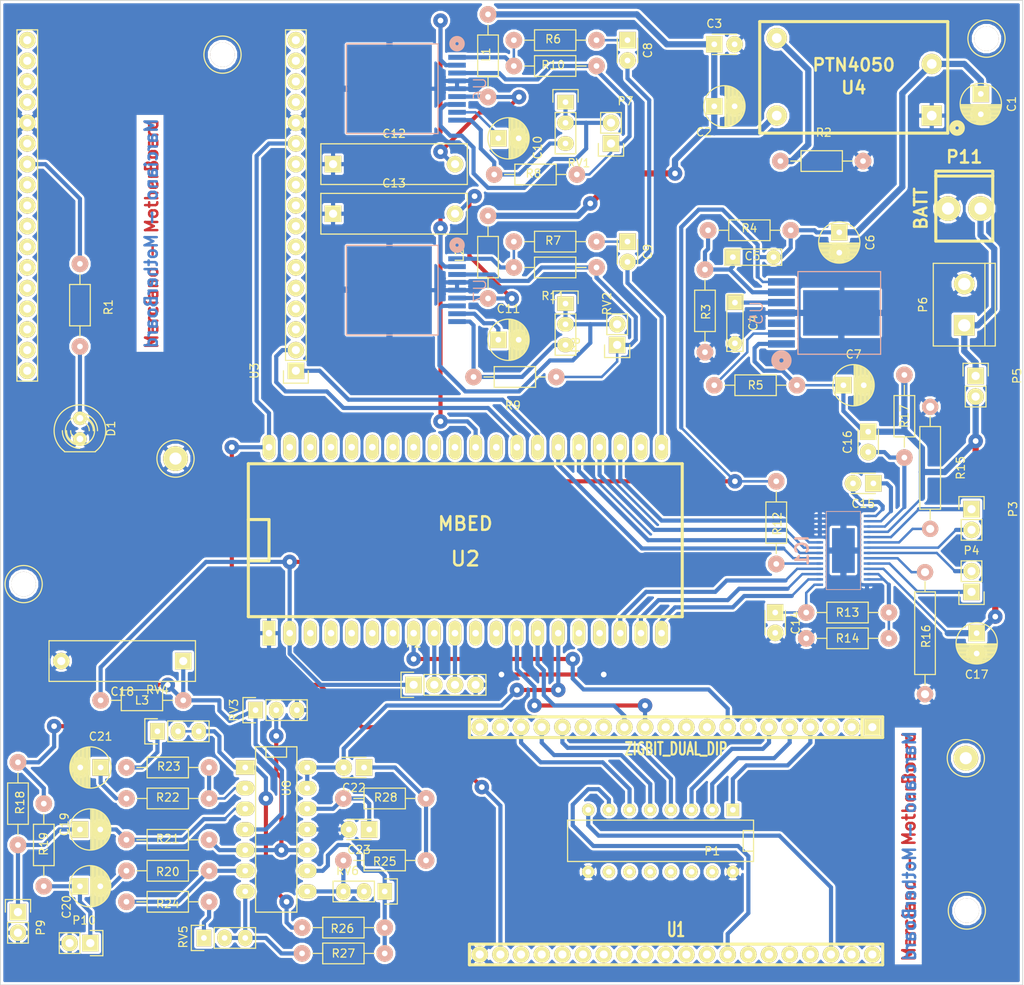
<source format=kicad_pcb>
(kicad_pcb (version 4) (host pcbnew 0.201504141001+5596~22~ubuntu14.04.1-product)
  (layers (0 F.Cu signal) (31 B.Cu signal) (34 B.Paste user) (35 F.Paste user) (36 B.SilkS user) (37 F.SilkS user) (38 B.Mask user) (39 F.Mask user) (44 Edge.Cuts user))
  (net 0 "")
  (net 1 +5V)
  (net 2 GND)
  (net 3 "Net-(C4-Pad1)")
  (net 4 +12V)
  (net 5 "Net-(C8-Pad1)")
  (net 6 "Net-(C9-Pad1)")
  (net 7 +15V)
  (net 8 /sound/In)
  (net 9 "Net-(C15-Pad1)")
  (net 10 "Net-(C16-Pad2)")
  (net 11 /motordrv/INT33)
  (net 12 "Net-(C19-Pad1)")
  (net 13 "Net-(C19-Pad2)")
  (net 14 "Net-(C20-Pad2)")
  (net 15 /motordrv/MOUT_A1)
  (net 16 /motordrv/MOUT_A2)
  (net 17 /motordrv/MOUT_B2)
  (net 18 /motordrv/MOUT_B1)
  (net 19 /motordrv/~RESET)
  (net 20 /motordrv/~SLEEP)
  (net 21 /motordrv/~FAULT)
  (net 22 /motordrv/IN_A2)
  (net 23 /motordrv/IN_A1)
  (net 24 /motordrv/IN_B1)
  (net 25 /motordrv/IN_B2)
  (net 26 /DIPSW_1)
  (net 27 /DIPSW_2)
  (net 28 /DIPSW_3)
  (net 29 /DIPSW_4)
  (net 30 /DIPSW_5)
  (net 31 /DIPSW_6)
  (net 32 /DIPSW_7)
  (net 33 /DIPSW_8)
  (net 34 +BATT)
  (net 35 "Net-(P8-Pad1)")
  (net 36 "Net-(P8-Pad2)")
  (net 37 "Net-(R1-Pad1)")
  (net 38 "Net-(R10-Pad2)")
  (net 39 "Net-(R8-Pad2)")
  (net 40 /ZIGBIT_RESET)
  (net 41 /ZIGBIT_TX)
  (net 42 /ZIGBIT_RX)
  (net 43 /sound/~SHD)
  (net 44 /EYE-RX)
  (net 45 /EYE-TX)
  (net 46 "Net-(C5-Pad1)")
  (net 47 "Net-(C10-Pad1)")
  (net 48 "Net-(C11-Pad1)")
  (net 49 "Net-(C12-Pad2)")
  (net 50 "Net-(C13-Pad2)")
  (net 51 "Net-(C15-Pad2)")
  (net 52 /microfono/VCC2)
  (net 53 "Net-(C20-Pad1)")
  (net 54 "Net-(C21-Pad1)")
  (net 55 "Net-(C22-Pad1)")
  (net 56 /microfono/OUT)
  (net 57 "Net-(C23-Pad1)")
  (net 58 "Net-(D1-Pad1)")
  (net 59 "Net-(IC1-Pad6)")
  (net 60 "Net-(IC1-Pad9)")
  (net 61 "Net-(IC1-Pad12)")
  (net 62 "Net-(IC1-Pad19)")
  (net 63 "Net-(P7-Pad1)")
  (net 64 "Net-(P7-Pad2)")
  (net 65 "Net-(R2-Pad1)")
  (net 66 "Net-(R5-Pad2)")
  (net 67 "Net-(R11-Pad2)")
  (net 68 "Net-(R9-Pad2)")
  (net 69 "Net-(R20-Pad1)")
  (net 70 /microfono/Vref)
  (net 71 "Net-(R22-Pad2)")
  (net 72 "Net-(R23-Pad1)")
  (net 73 "Net-(R24-Pad1)")
  (net 74 /microfono/Dif)
  (net 75 "Net-(R26-Pad1)")
  (net 76 /microfono/M1)
  (net 77 /microfono/M2)
  (net 78 +3V3)
  (net 79 /TXDBT)
  (net 80 /RXDBT)
  (module Socket_Strips:Socket_Strip_Straight_2x17 (layer F.Cu) (at 120.904 79.248 90)
    (fp_text reference U3 (at 0 -5.1 90) (layer F.SilkS))
    (fp_text value bluetooth-mod)
    (pad 1 thru_hole rect (at 0 0 90) (size 2.032 2.032) (drill 1) (layers *.Cu *.Mask F.SilkS) (net 79 /TXDBT))
    (pad 2 thru_hole circle (at 2.54 0 90) (size 2.032 2.032) (drill 1) (layers *.Cu *.Mask F.SilkS) (net 80 /RXDBT))
    (pad 3 thru_hole circle (at 5.08 0 90) (size 2.032 2.032) (drill 1) (layers *.Cu *.Mask F.SilkS))
    (pad 4 thru_hole circle (at 7.62 0 90) (size 2.032 2.032) (drill 1) (layers *.Cu *.Mask F.SilkS))
    (pad 5 thru_hole circle (at 10.16 0 90) (size 2.032 2.032) (drill 1) (layers *.Cu *.Mask F.SilkS))
    (pad 6 thru_hole circle (at 12.7 0 90) (size 2.032 2.032) (drill 1) (layers *.Cu *.Mask F.SilkS))
    (pad 7 thru_hole circle (at 15.24 0 90) (size 2.032 2.032) (drill 1) (layers *.Cu *.Mask F.SilkS))
    (pad 8 thru_hole circle (at 17.78 0 90) (size 2.032 2.032) (drill 1) (layers *.Cu *.Mask F.SilkS))
    (pad 9 thru_hole circle (at 20.32 0 90) (size 2.032 2.032) (drill 1) (layers *.Cu *.Mask F.SilkS))
    (pad 10 thru_hole circle (at 22.86 0 90) (size 2.032 2.032) (drill 1) (layers *.Cu *.Mask F.SilkS))
    (pad 11 thru_hole circle (at 25.4 0 90) (size 2.032 2.032) (drill 1) (layers *.Cu *.Mask F.SilkS))
    (pad 12 thru_hole circle (at 27.94 0 90) (size 2.032 2.032) (drill 1) (layers *.Cu *.Mask F.SilkS) (net 78 +3V3))
    (pad 13 thru_hole circle (at 30.48 0 90) (size 2.032 2.032) (drill 1) (layers *.Cu *.Mask F.SilkS) (net 2 GND))
    (pad 14 thru_hole circle (at 33.02 0 90) (size 2.032 2.032) (drill 1) (layers *.Cu *.Mask F.SilkS))
    (pad 15 thru_hole circle (at 35.56 0 90) (size 2.032 2.032) (drill 1) (layers *.Cu *.Mask F.SilkS))
    (pad 16 thru_hole circle (at 38.1 0 90) (size 2.032 2.032) (drill 1) (layers *.Cu *.Mask F.SilkS))
    (pad 17 thru_hole circle (at 40.64 0 90) (size 2.032 2.032) (drill 1) (layers *.Cu *.Mask F.SilkS))
    (pad 18 thru_hole circle (at 40.64 -33.02 90) (size 2.032 2.032) (drill 1) (layers *.Cu *.Mask F.SilkS))
    (pad 19 thru_hole circle (at 38.1 -33.02 90) (size 2.032 2.032) (drill 1) (layers *.Cu *.Mask F.SilkS))
    (pad 20 thru_hole circle (at 35.56 -33.02 90) (size 2.032 2.032) (drill 1) (layers *.Cu *.Mask F.SilkS))
    (pad 21 thru_hole circle (at 33.02 -33.02 90) (size 2.032 2.032) (drill 1) (layers *.Cu *.Mask F.SilkS))
    (pad 22 thru_hole circle (at 30.48 -33.02 90) (size 2.032 2.032) (drill 1) (layers *.Cu *.Mask F.SilkS) (net 2 GND))
    (pad 23 thru_hole circle (at 27.94 -33.02 90) (size 2.032 2.032) (drill 1) (layers *.Cu *.Mask F.SilkS))
    (pad 24 thru_hole circle (at 25.4 -33.02 90) (size 2.032 2.032) (drill 1) (layers *.Cu *.Mask F.SilkS) (net 37 "Net-(R1-Pad1)"))
    (pad 25 thru_hole circle (at 22.86 -33.02 90) (size 2.032 2.032) (drill 1) (layers *.Cu *.Mask F.SilkS))
    (pad 26 thru_hole circle (at 20.32 -33.02 90) (size 2.032 2.032) (drill 1) (layers *.Cu *.Mask F.SilkS))
    (pad 27 thru_hole circle (at 17.78 -33.02 90) (size 2.032 2.032) (drill 1) (layers *.Cu *.Mask F.SilkS))
    (pad 28 thru_hole circle (at 15.24 -33.02 90) (size 2.032 2.032) (drill 1) (layers *.Cu *.Mask F.SilkS))
    (pad 29 thru_hole circle (at 12.7 -33.02 90) (size 2.032 2.032) (drill 1) (layers *.Cu *.Mask F.SilkS))
    (pad 30 thru_hole circle (at 10.16 -33.02 90) (size 2.032 2.032) (drill 1) (layers *.Cu *.Mask F.SilkS))
    (pad 31 thru_hole circle (at 7.62 -33.02 90) (size 2.032 2.032) (drill 1) (layers *.Cu *.Mask F.SilkS))
    (pad 32 thru_hole circle (at 5.08 -33.02 90) (size 2.032 2.032) (drill 1) (layers *.Cu *.Mask F.SilkS))
    (pad 33 thru_hole circle (at 2.54 -33.02 90) (size 2.032 2.032) (drill 1) (layers *.Cu *.Mask F.SilkS))
    (pad 34 thru_hole circle (at 0 -33.02 90) (size 2.032 2.032) (drill 1) (layers *.Cu *.Mask F.SilkS))
  )
  (module Popurri_CDR:HTSSOP28 (layer B.Cu) (at 188.214 101.346 270)
    (fp_text reference IC1 (at 0 5.08 270) (layer B.SilkS) (effects (font (thickness 0.3048)) (justify mirror)))
    (fp_text value DRV8843 hide)
    (pad 1 smd rect (at -4.24942 -2.90068 270) (size 0.29972 0.8001) (layers B.Cu B.Paste B.Mask) (net 51 "Net-(C15-Pad2)"))
    (pad 2 smd rect (at -3.59918 -2.90068 270) (size 0.29972 0.8001) (layers B.Cu B.Paste B.Mask) (net 9 "Net-(C15-Pad1)"))
    (pad 3 smd rect (at -2.94894 -2.90068 270) (size 0.29972 0.8001) (layers B.Cu B.Paste B.Mask) (net 10 "Net-(C16-Pad2)"))
    (pad 4 smd rect (at -2.2987 -2.90068 270) (size 0.29972 0.8001) (layers B.Cu B.Paste B.Mask) (net 7 +15V))
    (pad 5 smd rect (at -1.651 -2.90068 270) (size 0.29972 0.8001) (layers B.Cu B.Paste B.Mask) (net 15 /motordrv/MOUT_A1))
    (pad 6 smd rect (at -1.00076 -2.90068 270) (size 0.29972 0.8001) (layers B.Cu B.Paste B.Mask) (net 59 "Net-(IC1-Pad6)"))
    (pad 7 smd rect (at -0.35052 -2.90068 270) (size 0.29972 0.8001) (layers B.Cu B.Paste B.Mask) (net 16 /motordrv/MOUT_A2))
    (pad 8 smd rect (at 0.29972 -2.90068 270) (size 0.29972 0.8001) (layers B.Cu B.Paste B.Mask) (net 17 /motordrv/MOUT_B2))
    (pad 9 smd rect (at 0.94996 -2.90068 270) (size 0.29972 0.8001) (layers B.Cu B.Paste B.Mask) (net 60 "Net-(IC1-Pad9)"))
    (pad 10 smd rect (at 1.6002 -2.90068 270) (size 0.29972 0.8001) (layers B.Cu B.Paste B.Mask) (net 18 /motordrv/MOUT_B1))
    (pad 11 smd rect (at 2.25044 -2.90068 270) (size 0.29972 0.8001) (layers B.Cu B.Paste B.Mask) (net 7 +15V))
    (pad 12 smd rect (at 2.90068 -2.90068 270) (size 0.29972 0.8001) (layers B.Cu B.Paste B.Mask) (net 61 "Net-(IC1-Pad12)"))
    (pad 13 smd rect (at 3.55092 -2.90068 270) (size 0.29972 0.8001) (layers B.Cu B.Paste B.Mask) (net 61 "Net-(IC1-Pad12)"))
    (pad 14 smd rect (at 4.20116 -2.90068 270) (size 0.29972 0.8001) (layers B.Cu B.Paste B.Mask) (net 2 GND))
    (pad 15 smd rect (at 4.20116 2.90068 270) (size 0.29972 0.8001) (layers B.Cu B.Paste B.Mask) (net 11 /motordrv/INT33))
    (pad 16 smd rect (at 3.55092 2.90068 270) (size 0.29972 0.8001) (layers B.Cu B.Paste B.Mask) (net 19 /motordrv/~RESET))
    (pad 17 smd rect (at 2.90068 2.90068 270) (size 0.29972 0.8001) (layers B.Cu B.Paste B.Mask) (net 20 /motordrv/~SLEEP))
    (pad 18 smd rect (at 2.25044 2.90068 270) (size 0.29972 0.8001) (layers B.Cu B.Paste B.Mask) (net 21 /motordrv/~FAULT))
    (pad 19 smd rect (at 1.6002 2.90068 270) (size 0.29972 0.8001) (layers B.Cu B.Paste B.Mask) (net 62 "Net-(IC1-Pad19)"))
    (pad 20 smd rect (at 0.94996 2.90068 270) (size 0.29972 0.8001) (layers B.Cu B.Paste B.Mask) (net 22 /motordrv/IN_A2))
    (pad 21 smd rect (at 0.29972 2.90068 270) (size 0.29972 0.8001) (layers B.Cu B.Paste B.Mask) (net 23 /motordrv/IN_A1))
    (pad 22 smd rect (at -0.35052 2.90068 270) (size 0.29972 0.8001) (layers B.Cu B.Paste B.Mask) (net 24 /motordrv/IN_B1))
    (pad 23 smd rect (at -1.00076 2.90068 270) (size 0.29972 0.8001) (layers B.Cu B.Paste B.Mask) (net 25 /motordrv/IN_B2))
    (pad 24 smd rect (at -1.651 2.90068 270) (size 0.29972 0.8001) (layers B.Cu B.Paste B.Mask) (net 2 GND))
    (pad 25 smd rect (at -2.2987 2.90068 270) (size 0.29972 0.8001) (layers B.Cu B.Paste B.Mask) (net 2 GND))
    (pad 26 smd rect (at -2.94894 2.90068 270) (size 0.29972 0.8001) (layers B.Cu B.Paste B.Mask) (net 2 GND))
    (pad 27 smd rect (at -3.59918 2.90068 270) (size 0.29972 0.8001) (layers B.Cu B.Paste B.Mask) (net 2 GND))
    (pad 28 smd rect (at -4.24942 2.90068 270) (size 0.29972 0.8001) (layers B.Cu B.Paste B.Mask) (net 2 GND))
    (pad 28 smd rect (at 0 0 270) (size 5.4991 2.79908) (layers B.Cu B.Paste B.Mask) (net 2 GND))
  )
  (module Connect:1pin (layer F.Cu) (at 87.4395 105.4735)
    (fp_text reference REF** hide)
    (fp_text value 1pin hide)
    (pad 1 thru_hole circle (at 0 0) (size 3 3) (drill 3) (layers *.Cu *.Mask F.SilkS))
  )
  (module Connect:1pin (layer F.Cu) (at 111.887 40.386)
    (fp_text reference REF** hide)
    (fp_text value 1pin hide)
    (pad 1 thru_hole circle (at 0 0) (size 3 3) (drill 3) (layers *.Cu *.Mask F.SilkS))
  )
  (module Connect:1pin (layer F.Cu) (at 205.8035 38.4175)
    (fp_text reference REF** hide)
    (fp_text value 1pin hide)
    (pad 1 thru_hole circle (at 0 0) (size 3 3) (drill 3) (layers *.Cu *.Mask F.SilkS))
  )
  (module Connect:1pin (layer F.Cu) (at 106.1085 90.043)
    (fp_text reference REF** hide)
    (fp_text value 1pin hide)
    (pad 1 thru_hole circle (at 0 0) (size 3.048 3.048) (drill 1.5) (layers *.Cu *.Mask F.SilkS) (net 2 GND))
  )
  (module Sockets_DIP:DIP-16__300 (layer F.Cu) (at 165.735 137.033 180)
    (fp_text reference P1 (at -6.35 -1.27 180) (layer F.SilkS))
    (fp_text value ZIGBIT_DIP hide)
    (pad 1 thru_hole rect (at -8.89 3.81 180) (size 1.524 1.524) (drill 0.7) (layers *.Cu *.Mask F.SilkS) (net 26 /DIPSW_1))
    (pad 2 thru_hole circle (at -6.35 3.81 180) (size 1.524 1.524) (drill 0.7) (layers *.Cu *.Mask F.SilkS) (net 27 /DIPSW_2))
    (pad 3 thru_hole circle (at -3.81 3.81 180) (size 1.524 1.524) (drill 0.7) (layers *.Cu *.Mask F.SilkS) (net 28 /DIPSW_3))
    (pad 4 thru_hole circle (at -1.27 3.81 180) (size 1.524 1.524) (drill 0.7) (layers *.Cu *.Mask F.SilkS) (net 29 /DIPSW_4))
    (pad 5 thru_hole circle (at 1.27 3.81 180) (size 1.524 1.524) (drill 0.7) (layers *.Cu *.Mask F.SilkS) (net 30 /DIPSW_5))
    (pad 6 thru_hole circle (at 3.81 3.81 180) (size 1.524 1.524) (drill 0.7) (layers *.Cu *.Mask F.SilkS) (net 31 /DIPSW_6))
    (pad 7 thru_hole circle (at 6.35 3.81 180) (size 1.524 1.524) (drill 0.7) (layers *.Cu *.Mask F.SilkS) (net 32 /DIPSW_7))
    (pad 8 thru_hole circle (at 8.89 3.81 180) (size 1.524 1.524) (drill 0.7) (layers *.Cu *.Mask F.SilkS) (net 33 /DIPSW_8))
    (pad 9 thru_hole circle (at 8.89 -3.81 180) (size 1.524 1.524) (drill 0.7) (layers *.Cu *.Mask F.SilkS) (net 2 GND))
    (pad 10 thru_hole circle (at 6.35 -3.81 180) (size 1.524 1.524) (drill 0.7) (layers *.Cu *.Mask F.SilkS))
    (pad 11 thru_hole circle (at 3.81 -3.81 180) (size 1.524 1.524) (drill 0.7) (layers *.Cu *.Mask F.SilkS))
    (pad 12 thru_hole circle (at 1.27 -3.81 180) (size 1.524 1.524) (drill 0.7) (layers *.Cu *.Mask F.SilkS))
    (pad 13 thru_hole circle (at -1.27 -3.81 180) (size 1.524 1.524) (drill 0.7) (layers *.Cu *.Mask F.SilkS))
    (pad 14 thru_hole circle (at -3.81 -3.81 180) (size 1.524 1.524) (drill 0.7) (layers *.Cu *.Mask F.SilkS))
    (pad 15 thru_hole circle (at -6.35 -3.81 180) (size 1.524 1.524) (drill 0.7) (layers *.Cu *.Mask F.SilkS))
    (pad 16 thru_hole circle (at -8.89 -3.81 180) (size 1.524 1.524) (drill 0.7) (layers *.Cu *.Mask F.SilkS) (net 2 GND))
  )
  (module Resistors_ThroughHole:Resistor_Horizontal_RM10mm (layer F.Cu) (at 94.361 71.1835 270)
    (fp_text reference R1 (at 0.24892 -3.50012 270) (layer F.SilkS))
    (fp_text value 1k hide)
    (pad 1 thru_hole circle (at -5.08 0 270) (size 2.032 2.032) (drill 0.7) (layers *.Cu *.SilkS *.Mask) (net 37 "Net-(R1-Pad1)"))
    (pad 2 thru_hole circle (at 5.08 0 270) (size 2.032 2.032) (drill 0.7) (layers *.Cu *.SilkS *.Mask) (net 58 "Net-(D1-Pad1)"))
  )
  (module Resistors_ThroughHole:Resistor_Horizontal_RM10mm (layer F.Cu) (at 185.547 53.467)
    (fp_text reference R2 (at 0.24892 -3.50012) (layer F.SilkS))
    (fp_text value 1.35k hide)
    (pad 1 thru_hole circle (at -5.08 0) (size 2.032 2.032) (drill 0.7) (layers *.Cu *.SilkS *.Mask) (net 65 "Net-(R2-Pad1)"))
    (pad 2 thru_hole circle (at 5.08 0) (size 2.032 2.032) (drill 0.7) (layers *.Cu *.SilkS *.Mask) (net 2 GND))
  )
  (module Resistors_ThroughHole:Resistor_Horizontal_RM10mm (layer F.Cu) (at 171.196 71.882 270)
    (fp_text reference R3 (at 0.127 -0.127 270) (layer F.SilkS))
    (fp_text value 1.07k hide)
    (pad 1 thru_hole circle (at -5.08 0 270) (size 2.032 2.032) (drill 0.7) (layers *.Cu *.SilkS *.Mask) (net 46 "Net-(C5-Pad1)"))
    (pad 2 thru_hole circle (at 5.08 0 270) (size 2.032 2.032) (drill 0.7) (layers *.Cu *.SilkS *.Mask) (net 2 GND))
  )
  (module Resistors_ThroughHole:Resistor_Horizontal_RM10mm (layer F.Cu) (at 176.657 61.976 180)
    (fp_text reference R4 (at 0 0.254 180) (layer F.SilkS))
    (fp_text value 5.62k hide)
    (pad 1 thru_hole circle (at -5.08 0 180) (size 2.032 2.032) (drill 0.7) (layers *.Cu *.SilkS *.Mask) (net 1 +5V))
    (pad 2 thru_hole circle (at 5.08 0 180) (size 2.032 2.032) (drill 0.7) (layers *.Cu *.SilkS *.Mask) (net 46 "Net-(C5-Pad1)"))
  )
  (module Resistors_ThroughHole:Resistor_Horizontal_RM15mm (layer F.Cu) (at 198.882 91.186 270)
    (fp_text reference R15 (at 0 -3.74904 270) (layer F.SilkS))
    (fp_text value .47 hide)
    (pad 1 thru_hole circle (at -7.5 0 270) (size 1.99898 1.99898) (drill 1.00076) (layers *.Cu *.SilkS *.Mask) (net 2 GND))
    (pad 2 thru_hole circle (at 7.5 0 270) (size 1.99898 1.99898) (drill 1.00076) (layers *.Cu *.SilkS *.Mask) (net 59 "Net-(IC1-Pad6)"))
  )
  (module Socket_Strips:Socket_Strip_Straight_1x03 (layer F.Cu) (at 154.051 46.228 270)
    (fp_text reference RV1 (at 7.493 -1.651 360) (layer F.SilkS))
    (fp_text value 50k hide)
    (pad 1 thru_hole rect (at 0 0 270) (size 1.778 2.032) (drill 0.7) (layers *.Cu *.Mask F.SilkS) (net 64 "Net-(P7-Pad2)"))
    (pad 2 thru_hole oval (at 2.54 0 270) (size 1.778 2.032) (drill 0.7) (layers *.Cu *.Mask F.SilkS) (net 64 "Net-(P7-Pad2)"))
    (pad 3 thru_hole oval (at 5.08 0 270) (size 1.778 2.032) (drill 0.7) (layers *.Cu *.Mask F.SilkS) (net 39 "Net-(R8-Pad2)"))
  )
  (module Socket_Strips:Socket_Strip_Straight_1x03 (layer F.Cu) (at 154.051 70.993 270)
    (fp_text reference RV2 (at 0 -5.1 270) (layer F.SilkS))
    (fp_text value 50k hide)
    (pad 1 thru_hole rect (at 0 0 270) (size 1.778 2.032) (drill 0.7) (layers *.Cu *.Mask F.SilkS) (net 36 "Net-(P8-Pad2)"))
    (pad 2 thru_hole oval (at 2.54 0 270) (size 1.778 2.032) (drill 0.7) (layers *.Cu *.Mask F.SilkS) (net 36 "Net-(P8-Pad2)"))
    (pad 3 thru_hole oval (at 5.08 0 270) (size 1.778 2.032) (drill 0.7) (layers *.Cu *.Mask F.SilkS) (net 68 "Net-(R9-Pad2)"))
  )
  (module Popurri_CDR:ZIGBIT_DIP_40 (layer F.Cu) (at 167.64 137.033 180)
    (fp_text reference U1 (at 0 -10.922 180) (layer F.SilkS) (effects (font (size 1.72974 1.08712) (thickness 0.27178))))
    (fp_text value ZIGBIT_DUAL_DIP (at 0 11.303 360) (layer F.SilkS) (effects (font (size 1.524 1.016) (thickness 0.254))))
    (pad 40 thru_hole circle (at -24.13 -13.97 180) (size 2.032 2.032) (drill 1) (layers *.Cu *.Mask F.SilkS))
    (pad 21 thru_hole circle (at 24.13 -13.97 180) (size 2.032 2.032) (drill 1) (layers *.Cu *.Mask F.SilkS) (net 2 GND))
    (pad 22 thru_hole circle (at 21.59 -13.97 180) (size 2.032 2.032) (drill 1) (layers *.Cu *.Mask F.SilkS) (net 78 +3V3))
    (pad 23 thru_hole circle (at 19.05 -13.97 180) (size 2.032 2.032) (drill 1) (layers *.Cu *.Mask F.SilkS))
    (pad 24 thru_hole circle (at 16.51 -13.97 180) (size 2.032 2.032) (drill 1) (layers *.Cu *.Mask F.SilkS))
    (pad 25 thru_hole circle (at 13.97 -13.97 180) (size 2.032 2.032) (drill 1) (layers *.Cu *.Mask F.SilkS))
    (pad 26 thru_hole circle (at 11.43 -13.97 180) (size 2.032 2.032) (drill 1) (layers *.Cu *.Mask F.SilkS))
    (pad 27 thru_hole circle (at 8.89 -13.97 180) (size 2.032 2.032) (drill 1) (layers *.Cu *.Mask F.SilkS))
    (pad 28 thru_hole circle (at 6.35 -13.97 180) (size 2.032 2.032) (drill 1) (layers *.Cu *.Mask F.SilkS))
    (pad 29 thru_hole circle (at 3.81 -13.97 180) (size 2.032 2.032) (drill 1) (layers *.Cu *.Mask F.SilkS))
    (pad 30 thru_hole circle (at 1.27 -13.97 180) (size 2.032 2.032) (drill 1) (layers *.Cu *.Mask F.SilkS))
    (pad 31 thru_hole circle (at -1.27 -13.97 180) (size 2.032 2.032) (drill 1) (layers *.Cu *.Mask F.SilkS))
    (pad 32 thru_hole circle (at -3.81 -13.97 180) (size 2.032 2.032) (drill 1) (layers *.Cu *.Mask F.SilkS))
    (pad 33 thru_hole circle (at -6.35 -13.97 180) (size 2.032 2.032) (drill 1) (layers *.Cu *.Mask F.SilkS) (net 32 /DIPSW_7))
    (pad 34 thru_hole circle (at -8.89 -13.97 180) (size 2.032 2.032) (drill 1) (layers *.Cu *.Mask F.SilkS))
    (pad 35 thru_hole circle (at -11.43 -13.97 180) (size 2.032 2.032) (drill 1) (layers *.Cu *.Mask F.SilkS))
    (pad 36 thru_hole circle (at -13.97 -13.97 180) (size 2.032 2.032) (drill 1) (layers *.Cu *.Mask F.SilkS))
    (pad 37 thru_hole circle (at -16.51 -13.97 180) (size 2.032 2.032) (drill 1) (layers *.Cu *.Mask F.SilkS))
    (pad 38 thru_hole circle (at -19.05 -13.97 180) (size 2.032 2.032) (drill 1) (layers *.Cu *.Mask F.SilkS) (net 33 /DIPSW_8))
    (pad 39 thru_hole circle (at -21.59 -13.97 180) (size 2.032 2.032) (drill 1) (layers *.Cu *.Mask F.SilkS))
    (pad 1 thru_hole rect (at -24.13 13.97 180) (size 2.032 2.032) (drill 1) (layers *.Cu *.Mask F.SilkS))
    (pad 2 thru_hole circle (at -21.59 13.97 180) (size 2.032 2.032) (drill 1) (layers *.Cu *.Mask F.SilkS))
    (pad 3 thru_hole circle (at -19.05 13.97 180) (size 2.032 2.032) (drill 1) (layers *.Cu *.Mask F.SilkS))
    (pad 4 thru_hole circle (at -16.51 13.97 180) (size 2.032 2.032) (drill 1) (layers *.Cu *.Mask F.SilkS) (net 26 /DIPSW_1))
    (pad 5 thru_hole circle (at -13.97 13.97 180) (size 2.032 2.032) (drill 1) (layers *.Cu *.Mask F.SilkS) (net 27 /DIPSW_2))
    (pad 6 thru_hole circle (at -11.43 13.97 180) (size 2.032 2.032) (drill 1) (layers *.Cu *.Mask F.SilkS) (net 28 /DIPSW_3))
    (pad 7 thru_hole circle (at -8.89 13.97 180) (size 2.032 2.032) (drill 1) (layers *.Cu *.Mask F.SilkS))
    (pad 8 thru_hole circle (at -6.35 13.97 180) (size 2.032 2.032) (drill 1) (layers *.Cu *.Mask F.SilkS) (net 40 /ZIGBIT_RESET))
    (pad 9 thru_hole circle (at -3.81 13.97 180) (size 2.032 2.032) (drill 1) (layers *.Cu *.Mask F.SilkS))
    (pad 10 thru_hole circle (at -1.27 13.97 180) (size 2.032 2.032) (drill 1) (layers *.Cu *.Mask F.SilkS))
    (pad 11 thru_hole circle (at 1.27 13.97 180) (size 2.032 2.032) (drill 1) (layers *.Cu *.Mask F.SilkS))
    (pad 12 thru_hole circle (at 3.81 13.97 180) (size 2.032 2.032) (drill 1) (layers *.Cu *.Mask F.SilkS) (net 41 /ZIGBIT_TX))
    (pad 13 thru_hole circle (at 6.35 13.97 180) (size 2.032 2.032) (drill 1) (layers *.Cu *.Mask F.SilkS) (net 42 /ZIGBIT_RX))
    (pad 14 thru_hole circle (at 8.89 13.97 180) (size 2.032 2.032) (drill 1) (layers *.Cu *.Mask F.SilkS))
    (pad 15 thru_hole circle (at 11.43 13.97 180) (size 2.032 2.032) (drill 1) (layers *.Cu *.Mask F.SilkS))
    (pad 16 thru_hole circle (at 13.97 13.97 180) (size 2.032 2.032) (drill 1) (layers *.Cu *.Mask F.SilkS) (net 29 /DIPSW_4))
    (pad 17 thru_hole circle (at 16.51 13.97 180) (size 2.032 2.032) (drill 1) (layers *.Cu *.Mask F.SilkS) (net 30 /DIPSW_5))
    (pad 18 thru_hole circle (at 19.05 13.97 180) (size 2.032 2.032) (drill 1) (layers *.Cu *.Mask F.SilkS) (net 31 /DIPSW_6))
    (pad 19 thru_hole circle (at 21.59 13.97 180) (size 2.032 2.032) (drill 1) (layers *.Cu *.Mask F.SilkS))
    (pad 20 thru_hole circle (at 24.13 13.97 180) (size 2.032 2.032) (drill 1) (layers *.Cu *.Mask F.SilkS))
  )
  (module Popurri_CDR:MBED (layer F.Cu) (at 141.732 100.076)
    (fp_text reference U2 (at 0 2.286) (layer F.SilkS) (effects (font (size 1.778 1.778) (thickness 0.3048))))
    (fp_text value MBED (at 0 -2.032) (layer F.SilkS) (effects (font (size 1.651 1.651) (thickness 0.3048))))
    (pad 1 thru_hole rect (at -24.13 11.43) (size 1.5748 3.048) (drill 0.8128) (layers *.Cu *.Mask F.SilkS) (net 2 GND))
    (pad 2 thru_hole oval (at -21.59 11.43) (size 1.5748 3.048) (drill 0.8128) (layers *.Cu *.Mask F.SilkS) (net 1 +5V))
    (pad 3 thru_hole oval (at -19.05 11.43) (size 1.5748 3.048) (drill 0.8128) (layers *.Cu *.Mask F.SilkS))
    (pad 4 thru_hole oval (at -16.51 11.43) (size 1.5748 3.048) (drill 0.8128) (layers *.Cu *.Mask F.SilkS))
    (pad 5 thru_hole oval (at -13.97 11.43) (size 1.5748 3.048) (drill 0.8128) (layers *.Cu *.Mask F.SilkS))
    (pad 6 thru_hole oval (at -11.43 11.43) (size 1.5748 3.048) (drill 0.8128) (layers *.Cu *.Mask F.SilkS))
    (pad 7 thru_hole oval (at -8.89 11.43) (size 1.5748 3.048) (drill 0.8128) (layers *.Cu *.Mask F.SilkS))
    (pad 8 thru_hole oval (at -6.35 11.43) (size 1.5748 3.048) (drill 0.8128) (layers *.Cu *.Mask F.SilkS) (net 40 /ZIGBIT_RESET))
    (pad 9 thru_hole oval (at -3.81 11.43) (size 1.5748 3.048) (drill 0.8128) (layers *.Cu *.Mask F.SilkS) (net 44 /EYE-RX))
    (pad 10 thru_hole oval (at -1.27 11.43) (size 1.5748 3.048) (drill 0.8128) (layers *.Cu *.Mask F.SilkS) (net 45 /EYE-TX))
    (pad 11 thru_hole oval (at 1.27 11.43) (size 1.5748 3.048) (drill 0.8128) (layers *.Cu *.Mask F.SilkS))
    (pad 12 thru_hole oval (at 3.81 11.43) (size 1.5748 3.048) (drill 0.8128) (layers *.Cu *.Mask F.SilkS))
    (pad 13 thru_hole oval (at 6.35 11.43) (size 1.5748 3.048) (drill 0.8128) (layers *.Cu *.Mask F.SilkS) (net 41 /ZIGBIT_TX))
    (pad 14 thru_hole oval (at 8.89 11.43) (size 1.5748 3.048) (drill 0.8128) (layers *.Cu *.Mask F.SilkS) (net 42 /ZIGBIT_RX))
    (pad 15 thru_hole oval (at 11.43 11.43) (size 1.5748 3.048) (drill 0.8128) (layers *.Cu *.Mask F.SilkS) (net 56 /microfono/OUT))
    (pad 16 thru_hole oval (at 13.97 11.43) (size 1.5748 3.048) (drill 0.8128) (layers *.Cu *.Mask F.SilkS))
    (pad 17 thru_hole oval (at 16.51 11.43) (size 1.5748 3.048) (drill 0.8128) (layers *.Cu *.Mask F.SilkS))
    (pad 18 thru_hole oval (at 19.05 11.43) (size 1.5748 3.048) (drill 0.8128) (layers *.Cu *.Mask F.SilkS) (net 21 /motordrv/~FAULT))
    (pad 19 thru_hole oval (at 21.59 11.43) (size 1.5748 3.048) (drill 0.8128) (layers *.Cu *.Mask F.SilkS) (net 20 /motordrv/~SLEEP))
    (pad 20 thru_hole oval (at 24.13 11.43) (size 1.5748 3.048) (drill 0.8128) (layers *.Cu *.Mask F.SilkS) (net 19 /motordrv/~RESET))
    (pad 21 thru_hole oval (at 24.13 -11.43) (size 1.5748 3.048) (drill 0.8128) (layers *.Cu *.Mask F.SilkS) (net 8 /sound/In))
    (pad 22 thru_hole oval (at 21.59 -11.43) (size 1.5748 3.048) (drill 0.8128) (layers *.Cu *.Mask F.SilkS))
    (pad 23 thru_hole oval (at 19.05 -11.43) (size 1.5748 3.048) (drill 0.8128) (layers *.Cu *.Mask F.SilkS) (net 25 /motordrv/IN_B2))
    (pad 24 thru_hole oval (at 16.51 -11.43) (size 1.5748 3.048) (drill 0.8128) (layers *.Cu *.Mask F.SilkS) (net 24 /motordrv/IN_B1))
    (pad 25 thru_hole oval (at 13.97 -11.43) (size 1.5748 3.048) (drill 0.8128) (layers *.Cu *.Mask F.SilkS) (net 23 /motordrv/IN_A1))
    (pad 26 thru_hole oval (at 11.43 -11.43) (size 1.5748 3.048) (drill 0.8128) (layers *.Cu *.Mask F.SilkS) (net 22 /motordrv/IN_A2))
    (pad 27 thru_hole oval (at 8.89 -11.43) (size 1.5748 3.048) (drill 0.8128) (layers *.Cu *.Mask F.SilkS) (net 79 /TXDBT))
    (pad 28 thru_hole oval (at 6.35 -11.43) (size 1.5748 3.048) (drill 0.8128) (layers *.Cu *.Mask F.SilkS) (net 80 /RXDBT))
    (pad 29 thru_hole oval (at 3.81 -11.43) (size 1.5748 3.048) (drill 0.8128) (layers *.Cu *.Mask F.SilkS))
    (pad 30 thru_hole oval (at 1.27 -11.43) (size 1.5748 3.048) (drill 0.8128) (layers *.Cu *.Mask F.SilkS) (net 43 /sound/~SHD))
    (pad 31 thru_hole oval (at -1.27 -11.43) (size 1.5748 3.048) (drill 0.8128) (layers *.Cu *.Mask F.SilkS))
    (pad 32 thru_hole oval (at -3.81 -11.43) (size 1.5748 3.048) (drill 0.8128) (layers *.Cu *.Mask F.SilkS))
    (pad 33 thru_hole oval (at -6.35 -11.43) (size 1.5748 3.048) (drill 0.8128) (layers *.Cu *.Mask F.SilkS))
    (pad 34 thru_hole oval (at -8.89 -11.43) (size 1.5748 3.048) (drill 0.8128) (layers *.Cu *.Mask F.SilkS))
    (pad 35 thru_hole oval (at -11.43 -11.43) (size 1.5748 3.048) (drill 0.8128) (layers *.Cu *.Mask F.SilkS))
    (pad 36 thru_hole oval (at -13.97 -11.43) (size 1.5748 3.048) (drill 0.8128) (layers *.Cu *.Mask F.SilkS))
    (pad 37 thru_hole oval (at -16.51 -11.43) (size 1.5748 3.048) (drill 0.8128) (layers *.Cu *.Mask F.SilkS))
    (pad 38 thru_hole oval (at -19.05 -11.43) (size 1.5748 3.048) (drill 0.8128) (layers *.Cu *.Mask F.SilkS))
    (pad 39 thru_hole oval (at -21.59 -11.43) (size 1.5748 3.048) (drill 0.8128) (layers *.Cu *.Mask F.SilkS))
    (pad 40 thru_hole oval (at -24.13 -11.43) (size 1.5748 3.048) (drill 0.8128) (layers *.Cu *.Mask F.SilkS) (net 78 +3V3))
  )
  (module Popurri_CDR:TO-263 (layer B.Cu) (at 140.716 44.577 270)
    (fp_text reference U6 (at 0.0508 -2.8194 270) (layer B.SilkS) (effects (font (size 1.5 1.5)) (justify mirror)))
    (fp_text value LM4950TS hide)
    (pad 1 smd rect (at -3.8608 0 270) (size 0.6096 2.159) (layers B.Cu B.Paste B.Mask) (net 38 "Net-(R10-Pad2)"))
    (pad 2 smd rect (at -2.8956 0 270) (size 0.6096 2.159) (layers B.Cu B.Paste B.Mask) (net 43 /sound/~SHD))
    (pad 3 smd rect (at -1.9304 0 270) (size 0.6096 2.159) (layers B.Cu B.Paste B.Mask) (net 63 "Net-(P7-Pad1)"))
    (pad 4 smd rect (at -0.9652 0 270) (size 0.6096 2.159) (layers B.Cu B.Paste B.Mask) (net 2 GND))
    (pad 5 smd rect (at 0 0 270) (size 0.6096 2.159) (layers B.Cu B.Paste B.Mask) (net 2 GND))
    (pad 6 smd rect (at 0.9652 0 270) (size 0.6096 2.159) (layers B.Cu B.Paste B.Mask) (net 49 "Net-(C12-Pad2)"))
    (pad 7 smd rect (at 1.9304 0 270) (size 0.6096 2.159) (layers B.Cu B.Paste B.Mask) (net 64 "Net-(P7-Pad2)"))
    (pad 8 smd rect (at 2.8956 0 270) (size 0.6096 2.159) (layers B.Cu B.Paste B.Mask) (net 47 "Net-(C10-Pad1)"))
    (pad 9 smd rect (at 3.8608 0 270) (size 0.6096 2.159) (layers B.Cu B.Paste B.Mask) (net 39 "Net-(R8-Pad2)"))
    (pad 10 smd rect (at 0 8.3058 270) (size 10.795 10.414) (layers B.Cu B.Paste B.Mask) (net 2 GND))
  )
  (module Capacitors_ThroughHole:C_Disc_D3_P2.5 (layer F.Cu) (at 172.339 39.116)
    (fp_text reference C3 (at 0 -2.54) (layer F.SilkS))
    (fp_text value 100n hide)
    (pad 1 thru_hole rect (at 0 0) (size 2.032 2.032) (drill 0.7) (layers *.Cu *.Mask F.SilkS) (net 4 +12V))
    (pad 2 thru_hole circle (at 2.5 0) (size 2.032 2.032) (drill 0.7) (layers *.Cu *.Mask F.SilkS) (net 2 GND))
  )
  (module Capacitors_ThroughHole:C_Radial_D5_L6_P2.5 (layer F.Cu) (at 187.706 62.23 270)
    (fp_text reference C6 (at 1.25 -3.8 270) (layer F.SilkS))
    (fp_text value 100u hide)
    (pad 1 thru_hole rect (at 0 0 270) (size 2.032 2.032) (drill 0.7) (layers *.Cu *.Mask F.SilkS) (net 1 +5V))
    (pad 2 thru_hole circle (at 2.5 0 270) (size 2.032 2.032) (drill 0.7) (layers *.Cu *.Mask F.SilkS) (net 2 GND))
  )
  (module Capacitors_ThroughHole:C_Disc_D3_P2.5 (layer F.Cu) (at 161.671 38.608 270)
    (fp_text reference C8 (at 1.25 -2.5 270) (layer F.SilkS))
    (fp_text value 390n hide)
    (pad 1 thru_hole rect (at 0 0 270) (size 2.032 2.032) (drill 0.7) (layers *.Cu *.Mask F.SilkS) (net 5 "Net-(C8-Pad1)"))
    (pad 2 thru_hole circle (at 2.5 0 270) (size 2.032 2.032) (drill 0.7) (layers *.Cu *.Mask F.SilkS) (net 8 /sound/In))
  )
  (module Capacitors_ThroughHole:C_Disc_D3_P2.5 (layer F.Cu) (at 161.671 63.373 270)
    (fp_text reference C9 (at 1.25 -2.5 270) (layer F.SilkS))
    (fp_text value 390n hide)
    (pad 1 thru_hole rect (at 0 0 270) (size 2.032 2.032) (drill 0.7) (layers *.Cu *.Mask F.SilkS) (net 6 "Net-(C9-Pad1)"))
    (pad 2 thru_hole circle (at 2.5 0 270) (size 2.032 2.032) (drill 0.7) (layers *.Cu *.Mask F.SilkS) (net 8 /sound/In))
  )
  (module Capacitors_ThroughHole:C_Radial_D5_L6_P2.5 (layer F.Cu) (at 145.796 50.673)
    (fp_text reference C10 (at 4.826 1.143 90) (layer F.SilkS))
    (fp_text value 10u hide)
    (pad 1 thru_hole rect (at 0 0) (size 2.032 2.032) (drill 0.7) (layers *.Cu *.Mask F.SilkS) (net 47 "Net-(C10-Pad1)"))
    (pad 2 thru_hole circle (at 2.5 0) (size 2.032 2.032) (drill 0.7) (layers *.Cu *.Mask F.SilkS) (net 2 GND))
  )
  (module Capacitors_ThroughHole:C_Radial_D5_L6_P2.5 (layer F.Cu) (at 145.796 75.438)
    (fp_text reference C11 (at 1.25 -3.8) (layer F.SilkS))
    (fp_text value 10u hide)
    (pad 1 thru_hole rect (at 0 0) (size 2.032 2.032) (drill 0.7) (layers *.Cu *.Mask F.SilkS) (net 48 "Net-(C11-Pad1)"))
    (pad 2 thru_hole circle (at 2.5 0) (size 2.032 2.032) (drill 0.7) (layers *.Cu *.Mask F.SilkS) (net 2 GND))
  )
  (module Capacitors_ThroughHole:C_Disc_D3_P2.5 (layer F.Cu) (at 191.262 86.741 270)
    (fp_text reference C16 (at 1.27 2.54 270) (layer F.SilkS))
    (fp_text value 100n hide)
    (pad 1 thru_hole rect (at 0 0 270) (size 2.032 2.032) (drill 0.7) (layers *.Cu *.Mask F.SilkS) (net 7 +15V))
    (pad 2 thru_hole circle (at 2.5 0 270) (size 2.032 2.032) (drill 0.7) (layers *.Cu *.Mask F.SilkS) (net 10 "Net-(C16-Pad2)"))
  )
  (module Resistors_ThroughHole:Resistor_Horizontal_RM10mm (layer F.Cu) (at 144.526 40.513 90)
    (fp_text reference L1 (at 0.127 -0.254 90) (layer F.SilkS))
    (fp_text value 1uH hide)
    (pad 1 thru_hole circle (at -5.08 0 90) (size 2.032 2.032) (drill 0.7) (layers *.Cu *.SilkS *.Mask) (net 49 "Net-(C12-Pad2)"))
    (pad 2 thru_hole circle (at 5.08 0 90) (size 2.032 2.032) (drill 0.7) (layers *.Cu *.SilkS *.Mask) (net 4 +12V))
  )
  (module Resistors_ThroughHole:Resistor_Horizontal_RM10mm (layer F.Cu) (at 144.526 65.278 90)
    (fp_text reference L2 (at 0.24892 -3.50012 90) (layer F.SilkS))
    (fp_text value 1uH hide)
    (pad 1 thru_hole circle (at -5.08 0 90) (size 2.032 2.032) (drill 0.7) (layers *.Cu *.SilkS *.Mask) (net 50 "Net-(C13-Pad2)"))
    (pad 2 thru_hole circle (at 5.08 0 90) (size 2.032 2.032) (drill 0.7) (layers *.Cu *.SilkS *.Mask) (net 4 +12V))
  )
  (module Resistors_ThroughHole:Resistor_Horizontal_RM10mm (layer F.Cu) (at 177.419 81.026 180)
    (fp_text reference R5 (at 0 0 180) (layer F.SilkS))
    (fp_text value 100k hide)
    (pad 1 thru_hole circle (at -5.08 0 180) (size 2.032 2.032) (drill 0.7) (layers *.Cu *.SilkS *.Mask) (net 7 +15V))
    (pad 2 thru_hole circle (at 5.08 0 180) (size 2.032 2.032) (drill 0.7) (layers *.Cu *.SilkS *.Mask) (net 66 "Net-(R5-Pad2)"))
  )
  (module Resistors_ThroughHole:Resistor_Horizontal_RM10mm (layer F.Cu) (at 152.781 38.608)
    (fp_text reference R6 (at -0.254 -0.127) (layer F.SilkS))
    (fp_text value 22k hide)
    (pad 1 thru_hole circle (at -5.08 0) (size 2.032 2.032) (drill 0.7) (layers *.Cu *.SilkS *.Mask) (net 38 "Net-(R10-Pad2)"))
    (pad 2 thru_hole circle (at 5.08 0) (size 2.032 2.032) (drill 0.7) (layers *.Cu *.SilkS *.Mask) (net 5 "Net-(C8-Pad1)"))
  )
  (module Resistors_ThroughHole:Resistor_Horizontal_RM10mm (layer F.Cu) (at 152.781 63.373)
    (fp_text reference R7 (at -0.254 -0.127) (layer F.SilkS))
    (fp_text value 22k hide)
    (pad 1 thru_hole circle (at -5.08 0) (size 2.032 2.032) (drill 0.7) (layers *.Cu *.SilkS *.Mask) (net 67 "Net-(R11-Pad2)"))
    (pad 2 thru_hole circle (at 5.08 0) (size 2.032 2.032) (drill 0.7) (layers *.Cu *.SilkS *.Mask) (net 6 "Net-(C9-Pad1)"))
  )
  (module Resistors_ThroughHole:Resistor_Horizontal_RM10mm (layer F.Cu) (at 150.368 55.118 180)
    (fp_text reference R8 (at 0.254 0.127 180) (layer F.SilkS))
    (fp_text value 22k hide)
    (pad 1 thru_hole circle (at -5.08 0 180) (size 2.032 2.032) (drill 0.7) (layers *.Cu *.SilkS *.Mask) (net 63 "Net-(P7-Pad1)"))
    (pad 2 thru_hole circle (at 5.08 0 180) (size 2.032 2.032) (drill 0.7) (layers *.Cu *.SilkS *.Mask) (net 39 "Net-(R8-Pad2)"))
  )
  (module Resistors_ThroughHole:Resistor_Horizontal_RM10mm (layer F.Cu) (at 147.828 80.01 180)
    (fp_text reference R9 (at 0.24892 -3.50012 180) (layer F.SilkS))
    (fp_text value 22k hide)
    (pad 1 thru_hole circle (at -5.08 0 180) (size 2.032 2.032) (drill 0.7) (layers *.Cu *.SilkS *.Mask) (net 35 "Net-(P8-Pad1)"))
    (pad 2 thru_hole circle (at 5.08 0 180) (size 2.032 2.032) (drill 0.7) (layers *.Cu *.SilkS *.Mask) (net 68 "Net-(R9-Pad2)"))
  )
  (module Resistors_ThroughHole:Resistor_Horizontal_RM10mm (layer F.Cu) (at 152.781 41.783 180)
    (fp_text reference R10 (at 0.254 0.127 180) (layer F.SilkS))
    (fp_text value 22k hide)
    (pad 1 thru_hole circle (at -5.08 0 180) (size 2.032 2.032) (drill 0.7) (layers *.Cu *.SilkS *.Mask) (net 63 "Net-(P7-Pad1)"))
    (pad 2 thru_hole circle (at 5.08 0 180) (size 2.032 2.032) (drill 0.7) (layers *.Cu *.SilkS *.Mask) (net 38 "Net-(R10-Pad2)"))
  )
  (module Resistors_ThroughHole:Resistor_Horizontal_RM10mm (layer F.Cu) (at 152.781 66.548 180)
    (fp_text reference R11 (at 0.24892 -3.50012 180) (layer F.SilkS))
    (fp_text value 22k hide)
    (pad 1 thru_hole circle (at -5.08 0 180) (size 2.032 2.032) (drill 0.7) (layers *.Cu *.SilkS *.Mask) (net 35 "Net-(P8-Pad1)"))
    (pad 2 thru_hole circle (at 5.08 0 180) (size 2.032 2.032) (drill 0.7) (layers *.Cu *.SilkS *.Mask) (net 67 "Net-(R11-Pad2)"))
  )
  (module Resistors_ThroughHole:Resistor_Horizontal_RM10mm (layer F.Cu) (at 179.959 97.917 270)
    (fp_text reference R12 (at 0.127 -0.127 270) (layer F.SilkS))
    (fp_text value 10k hide)
    (pad 1 thru_hole circle (at -5.08 0 270) (size 2.032 2.032) (drill 0.7) (layers *.Cu *.SilkS *.Mask) (net 1 +5V))
    (pad 2 thru_hole circle (at 5.08 0 270) (size 2.032 2.032) (drill 0.7) (layers *.Cu *.SilkS *.Mask) (net 62 "Net-(IC1-Pad19)"))
  )
  (module Resistors_ThroughHole:Resistor_Horizontal_RM10mm (layer F.Cu) (at 188.722 108.966)
    (fp_text reference R13 (at 0 0) (layer F.SilkS))
    (fp_text value 10k hide)
    (pad 1 thru_hole circle (at -5.08 0) (size 2.032 2.032) (drill 0.7) (layers *.Cu *.SilkS *.Mask) (net 11 /motordrv/INT33))
    (pad 2 thru_hole circle (at 5.08 0) (size 2.032 2.032) (drill 0.7) (layers *.Cu *.SilkS *.Mask) (net 61 "Net-(IC1-Pad12)"))
  )
  (module Resistors_ThroughHole:Resistor_Horizontal_RM10mm (layer F.Cu) (at 195.707 84.836 270)
    (fp_text reference R17 (at 0 0 270) (layer F.SilkS))
    (fp_text value 1M hide)
    (pad 1 thru_hole circle (at -5.08 0 270) (size 2.032 2.032) (drill 0.7) (layers *.Cu *.SilkS *.Mask) (net 7 +15V))
    (pad 2 thru_hole circle (at 5.08 0 270) (size 2.032 2.032) (drill 0.7) (layers *.Cu *.SilkS *.Mask) (net 10 "Net-(C16-Pad2)"))
  )
  (module Capacitors_ThroughHole:C_Radial_D5_L6_P2.5 (layer F.Cu) (at 205.105 45.212 270)
    (fp_text reference C1 (at 1.25 -3.8 270) (layer F.SilkS))
    (fp_text value 100u)
    (pad 1 thru_hole rect (at 0 0 270) (size 2.032 2.032) (drill 0.7) (layers *.Cu *.Mask F.SilkS) (net 1 +5V))
    (pad 2 thru_hole circle (at 2.5 0 270) (size 2.032 2.032) (drill 0.7) (layers *.Cu *.Mask F.SilkS) (net 2 GND))
  )
  (module Capacitors_ThroughHole:C_Radial_D5_L6_P2.5 (layer F.Cu) (at 172.339 46.736)
    (fp_text reference C2 (at -1.27 3.175) (layer F.SilkS))
    (fp_text value 100u hide)
    (pad 1 thru_hole rect (at 0 0) (size 2.032 2.032) (drill 0.7) (layers *.Cu *.Mask F.SilkS) (net 4 +12V))
    (pad 2 thru_hole circle (at 2.5 0) (size 2.032 2.032) (drill 0.7) (layers *.Cu *.Mask F.SilkS) (net 2 GND))
  )
  (module Capacitors_ThroughHole:C_Radial_D5_L6_P2.5 (layer F.Cu) (at 188.214 81.026)
    (fp_text reference C7 (at 1.25 -3.8) (layer F.SilkS))
    (fp_text value 10u hide)
    (pad 1 thru_hole rect (at 0 0) (size 2.032 2.032) (drill 0.7) (layers *.Cu *.Mask F.SilkS) (net 7 +15V))
    (pad 2 thru_hole circle (at 2.5 0) (size 2.032 2.032) (drill 0.7) (layers *.Cu *.Mask F.SilkS) (net 2 GND))
  )
  (module Capacitors_ThroughHole:C_Disc_D3_P2.5 (layer F.Cu) (at 179.832 108.966 270)
    (fp_text reference C14 (at 1.25 -2.5 270) (layer F.SilkS))
    (fp_text value 100n)
    (pad 1 thru_hole rect (at 0 0 270) (size 2.032 2.032) (drill 0.7) (layers *.Cu *.Mask F.SilkS) (net 11 /motordrv/INT33))
    (pad 2 thru_hole circle (at 2.5 0 270) (size 2.032 2.032) (drill 0.7) (layers *.Cu *.Mask F.SilkS) (net 2 GND))
  )
  (module Capacitors_ThroughHole:C_Disc_D3_P2.5 (layer F.Cu) (at 191.897 93.091 180)
    (fp_text reference C15 (at 1.25 -2.5 180) (layer F.SilkS))
    (fp_text value 10n hide)
    (pad 1 thru_hole rect (at 0 0 180) (size 2.032 2.032) (drill 0.7) (layers *.Cu *.Mask F.SilkS) (net 9 "Net-(C15-Pad1)"))
    (pad 2 thru_hole circle (at 2.5 0 180) (size 2.032 2.032) (drill 0.7) (layers *.Cu *.Mask F.SilkS) (net 51 "Net-(C15-Pad2)"))
  )
  (module Capacitors_ThroughHole:C_Radial_D5_L6_P2.5 (layer F.Cu) (at 204.597 111.506 270)
    (fp_text reference C17 (at 5.08 0 360) (layer F.SilkS))
    (fp_text value "330 uF")
    (pad 1 thru_hole rect (at 0 0 270) (size 2.032 2.032) (drill 0.7) (layers *.Cu *.Mask F.SilkS) (net 7 +15V))
    (pad 2 thru_hole circle (at 2.5 0 270) (size 2.032 2.032) (drill 0.7) (layers *.Cu *.Mask F.SilkS) (net 2 GND))
  )
  (module Capacitors_ThroughHole:C_Radial_D5_L6_P2.5 (layer F.Cu) (at 94.361 142.621)
    (fp_text reference C20 (at -1.651 2.54 270) (layer F.SilkS))
    (fp_text value 100u hide)
    (pad 1 thru_hole rect (at 0 0) (size 2.032 2.032) (drill 0.7) (layers *.Cu *.Mask F.SilkS) (net 53 "Net-(C20-Pad1)"))
    (pad 2 thru_hole circle (at 2.5 0) (size 2.032 2.032) (drill 0.7) (layers *.Cu *.Mask F.SilkS) (net 14 "Net-(C20-Pad2)"))
  )
  (module Capacitors_ThroughHole:C_Radial_D5_L6_P2.5 (layer F.Cu) (at 96.901 128.016 180)
    (fp_text reference C21 (at 0 3.81 180) (layer F.SilkS))
    (fp_text value 10u hide)
    (pad 1 thru_hole rect (at 0 0 180) (size 2.032 2.032) (drill 0.7) (layers *.Cu *.Mask F.SilkS) (net 54 "Net-(C21-Pad1)"))
    (pad 2 thru_hole circle (at 2.5 0 180) (size 2.032 2.032) (drill 0.7) (layers *.Cu *.Mask F.SilkS) (net 2 GND))
  )
  (module Capacitors_ThroughHole:C_Disc_D3_P2.5 (layer F.Cu) (at 129.286 128.016 180)
    (fp_text reference C22 (at 1.25 -2.5 180) (layer F.SilkS))
    (fp_text value 5.6n)
    (pad 1 thru_hole rect (at 0 0 180) (size 2.032 2.032) (drill 0.7) (layers *.Cu *.Mask F.SilkS) (net 55 "Net-(C22-Pad1)"))
    (pad 2 thru_hole circle (at 2.5 0 180) (size 2.032 2.032) (drill 0.7) (layers *.Cu *.Mask F.SilkS) (net 56 /microfono/OUT))
  )
  (module Capacitors_ThroughHole:C_Disc_D3_P2.5 (layer F.Cu) (at 129.921 135.636 180)
    (fp_text reference C23 (at 1.25 -2.5 180) (layer F.SilkS))
    (fp_text value 3.3n hide)
    (pad 1 thru_hole rect (at 0 0 180) (size 2.032 2.032) (drill 0.7) (layers *.Cu *.Mask F.SilkS) (net 57 "Net-(C23-Pad1)"))
    (pad 2 thru_hole circle (at 2.5 0 180) (size 2.032 2.032) (drill 0.7) (layers *.Cu *.Mask F.SilkS) (net 2 GND))
  )
  (module LEDs:LED-5MM (layer F.Cu) (at 94.361 86.36 270)
    (fp_text reference D1 (at 0 -3.81 270) (layer F.SilkS))
    (fp_text value LED)
    (pad 1 thru_hole circle (at -1.27 0 270) (size 1.6764 1.6764) (drill 0.8128) (layers *.Cu *.Mask F.SilkS) (net 58 "Net-(D1-Pad1)"))
    (pad 2 thru_hole circle (at 1.27 0 270) (size 1.6764 1.6764) (drill 0.8128) (layers *.Cu *.Mask F.SilkS) (net 2 GND))
  )
  (module Resistors_ThroughHole:Resistor_Horizontal_RM10mm (layer F.Cu) (at 101.981 119.761)
    (fp_text reference L3 (at 0 0) (layer F.SilkS))
    (fp_text value 1uH hide)
    (pad 1 thru_hole circle (at -5.08 0) (size 2.032 2.032) (drill 0.7) (layers *.Cu *.SilkS *.Mask) (net 1 +5V))
    (pad 2 thru_hole circle (at 5.08 0) (size 2.032 2.032) (drill 0.7) (layers *.Cu *.SilkS *.Mask) (net 52 /microfono/VCC2))
  )
  (module Socket_Strips:Socket_Strip_Straight_1x04 (layer F.Cu) (at 135.382 117.856)
    (fp_text reference P2 (at 0 -5.1) (layer F.SilkS))
    (fp_text value Eyes-comm hide)
    (pad 1 thru_hole rect (at 0 0) (size 2.032 2.032) (drill 1) (layers *.Cu *.Mask F.SilkS) (net 1 +5V))
    (pad 2 thru_hole oval (at 2.54 0) (size 2.032 2.032) (drill 1) (layers *.Cu *.Mask F.SilkS) (net 44 /EYE-RX))
    (pad 3 thru_hole oval (at 5.08 0) (size 2.032 2.032) (drill 1) (layers *.Cu *.Mask F.SilkS) (net 45 /EYE-TX))
    (pad 4 thru_hole oval (at 7.62 0) (size 2.032 2.032) (drill 1) (layers *.Cu *.Mask F.SilkS) (net 2 GND))
  )
  (module Socket_Strips:Socket_Strip_Straight_1x02 (layer F.Cu) (at 203.962 96.266 270)
    (fp_text reference P3 (at 0 -5.1 270) (layer F.SilkS))
    (fp_text value L-MOTOR)
    (pad 1 thru_hole rect (at 0 0 270) (size 2.032 2.032) (drill 1.016) (layers *.Cu *.Mask F.SilkS) (net 15 /motordrv/MOUT_A1))
    (pad 2 thru_hole oval (at 2.54 0 270) (size 2.032 2.032) (drill 1.016) (layers *.Cu *.Mask F.SilkS) (net 16 /motordrv/MOUT_A2))
  )
  (module Socket_Strips:Socket_Strip_Straight_1x02 (layer F.Cu) (at 203.962 106.426 90)
    (fp_text reference P4 (at 5.08 0 180) (layer F.SilkS))
    (fp_text value R-MOTOR hide)
    (pad 1 thru_hole rect (at 0 0 90) (size 2.032 2.032) (drill 1.016) (layers *.Cu *.Mask F.SilkS) (net 18 /motordrv/MOUT_B1))
    (pad 2 thru_hole oval (at 2.54 0 90) (size 2.032 2.032) (drill 1.016) (layers *.Cu *.Mask F.SilkS) (net 17 /motordrv/MOUT_B2))
  )
  (module Socket_Strips:Socket_Strip_Straight_1x02 (layer F.Cu) (at 204.47 79.883 270)
    (fp_text reference P5 (at 0 -5.1 270) (layer F.SilkS))
    (fp_text value SWITCH hide)
    (pad 1 thru_hole rect (at 0 0 270) (size 2.032 2.032) (drill 1.016) (layers *.Cu *.Mask F.SilkS) (net 34 +BATT))
    (pad 2 thru_hole oval (at 2.54 0 270) (size 2.032 2.032) (drill 1.016) (layers *.Cu *.Mask F.SilkS) (net 7 +15V))
  )
  (module Connect:bornier2 (layer F.Cu) (at 203.073 71.12 90)
    (fp_text reference P6 (at 0 -5.08 90) (layer F.SilkS))
    (fp_text value BATT hide)
    (pad 1 thru_hole rect (at -2.54 0 90) (size 2.54 2.54) (drill 1.524) (layers *.Cu *.Mask F.SilkS) (net 34 +BATT))
    (pad 2 thru_hole circle (at 2.54 0 90) (size 2.54 2.54) (drill 1.524) (layers *.Cu *.Mask F.SilkS) (net 2 GND))
  )
  (module Socket_Strips:Socket_Strip_Straight_1x02 (layer F.Cu) (at 159.639 51.308 90)
    (fp_text reference P7 (at 5.207 1.778 180) (layer F.SilkS))
    (fp_text value SPK1 hide)
    (pad 1 thru_hole rect (at 0 0 90) (size 2.032 2.032) (drill 1.016) (layers *.Cu *.Mask F.SilkS) (net 63 "Net-(P7-Pad1)"))
    (pad 2 thru_hole oval (at 2.54 0 90) (size 2.032 2.032) (drill 1.016) (layers *.Cu *.Mask F.SilkS) (net 64 "Net-(P7-Pad2)"))
  )
  (module Socket_Strips:Socket_Strip_Straight_1x02 (layer F.Cu) (at 160.401 76.073 90)
    (fp_text reference P8 (at 0 -5.1 90) (layer F.SilkS))
    (fp_text value SPK2 hide)
    (pad 1 thru_hole rect (at 0 0 90) (size 2.032 2.032) (drill 1.016) (layers *.Cu *.Mask F.SilkS) (net 35 "Net-(P8-Pad1)"))
    (pad 2 thru_hole oval (at 2.54 0 90) (size 2.032 2.032) (drill 1.016) (layers *.Cu *.Mask F.SilkS) (net 36 "Net-(P8-Pad2)"))
  )
  (module Socket_Strips:Socket_Strip_Straight_1x02 (layer F.Cu) (at 86.741 145.796 270)
    (fp_text reference P9 (at 1.905 -2.794 270) (layer F.SilkS))
    (fp_text value mic_conn hide)
    (pad 1 thru_hole rect (at 0 0 270) (size 2.032 2.032) (drill 1.016) (layers *.Cu *.Mask F.SilkS) (net 12 "Net-(C19-Pad1)"))
    (pad 2 thru_hole oval (at 2.54 0 270) (size 2.032 2.032) (drill 1.016) (layers *.Cu *.Mask F.SilkS) (net 2 GND))
  )
  (module Socket_Strips:Socket_Strip_Straight_1x02 (layer F.Cu) (at 95.631 149.606 180)
    (fp_text reference P10 (at 0.762 2.794 180) (layer F.SilkS))
    (fp_text value mic_conn hide)
    (pad 1 thru_hole rect (at 0 0 180) (size 2.032 2.032) (drill 1.016) (layers *.Cu *.Mask F.SilkS) (net 53 "Net-(C20-Pad1)"))
    (pad 2 thru_hole oval (at 2.54 0 180) (size 2.032 2.032) (drill 1.016) (layers *.Cu *.Mask F.SilkS) (net 2 GND))
  )
  (module Resistors_ThroughHole:Resistor_Horizontal_RM10mm (layer F.Cu) (at 188.722 112.141 180)
    (fp_text reference R14 (at 0 0 180) (layer F.SilkS))
    (fp_text value 10k)
    (pad 1 thru_hole circle (at -5.08 0 180) (size 2.032 2.032) (drill 0.7) (layers *.Cu *.SilkS *.Mask) (net 61 "Net-(IC1-Pad12)"))
    (pad 2 thru_hole circle (at 5.08 0 180) (size 2.032 2.032) (drill 0.7) (layers *.Cu *.SilkS *.Mask) (net 2 GND))
  )
  (module Resistors_ThroughHole:Resistor_Horizontal_RM15mm (layer F.Cu) (at 198.247 111.506 90)
    (fp_text reference R16 (at -0.381 0.127 90) (layer F.SilkS))
    (fp_text value .47 hide)
    (pad 1 thru_hole circle (at -7.5 0 90) (size 1.99898 1.99898) (drill 1.00076) (layers *.Cu *.SilkS *.Mask) (net 2 GND))
    (pad 2 thru_hole circle (at 7.5 0 90) (size 1.99898 1.99898) (drill 1.00076) (layers *.Cu *.SilkS *.Mask) (net 60 "Net-(IC1-Pad9)"))
  )
  (module Resistors_ThroughHole:Resistor_Horizontal_RM10mm (layer F.Cu) (at 86.741 132.461 270)
    (fp_text reference R18 (at -0.127 -0.254 270) (layer F.SilkS))
    (fp_text value 2.2k hide)
    (pad 1 thru_hole circle (at -5.08 0 270) (size 2.032 2.032) (drill 0.7) (layers *.Cu *.SilkS *.Mask) (net 52 /microfono/VCC2))
    (pad 2 thru_hole circle (at 5.08 0 270) (size 2.032 2.032) (drill 0.7) (layers *.Cu *.SilkS *.Mask) (net 12 "Net-(C19-Pad1)"))
  )
  (module Resistors_ThroughHole:Resistor_Horizontal_RM10mm (layer F.Cu) (at 89.916 137.541 270)
    (fp_text reference R19 (at -0.127 0 270) (layer F.SilkS))
    (fp_text value 2.2k hide)
    (pad 1 thru_hole circle (at -5.08 0 270) (size 2.032 2.032) (drill 0.7) (layers *.Cu *.SilkS *.Mask) (net 52 /microfono/VCC2))
    (pad 2 thru_hole circle (at 5.08 0 270) (size 2.032 2.032) (drill 0.7) (layers *.Cu *.SilkS *.Mask) (net 53 "Net-(C20-Pad1)"))
  )
  (module Resistors_ThroughHole:Resistor_Horizontal_RM10mm (layer F.Cu) (at 105.156 140.716 180)
    (fp_text reference R20 (at 0 -0.127 180) (layer F.SilkS))
    (fp_text value 10k hide)
    (pad 1 thru_hole circle (at -5.08 0 180) (size 2.032 2.032) (drill 0.7) (layers *.Cu *.SilkS *.Mask) (net 69 "Net-(R20-Pad1)"))
    (pad 2 thru_hole circle (at 5.08 0 180) (size 2.032 2.032) (drill 0.7) (layers *.Cu *.SilkS *.Mask) (net 14 "Net-(C20-Pad2)"))
  )
  (module Resistors_ThroughHole:Resistor_Horizontal_RM10mm (layer F.Cu) (at 105.156 136.906)
    (fp_text reference R21 (at 0 -0.127) (layer F.SilkS))
    (fp_text value 47k hide)
    (pad 1 thru_hole circle (at -5.08 0) (size 2.032 2.032) (drill 0.7) (layers *.Cu *.SilkS *.Mask) (net 13 "Net-(C19-Pad2)"))
    (pad 2 thru_hole circle (at 5.08 0) (size 2.032 2.032) (drill 0.7) (layers *.Cu *.SilkS *.Mask) (net 70 /microfono/Vref))
  )
  (module Resistors_ThroughHole:Resistor_Horizontal_RM10mm (layer F.Cu) (at 105.156 131.826)
    (fp_text reference R22 (at 0 -0.127) (layer F.SilkS))
    (fp_text value 10k hide)
    (pad 1 thru_hole circle (at -5.08 0) (size 2.032 2.032) (drill 0.7) (layers *.Cu *.SilkS *.Mask) (net 54 "Net-(C21-Pad1)"))
    (pad 2 thru_hole circle (at 5.08 0) (size 2.032 2.032) (drill 0.7) (layers *.Cu *.SilkS *.Mask) (net 71 "Net-(R22-Pad2)"))
  )
  (module Resistors_ThroughHole:Resistor_Horizontal_RM10mm (layer F.Cu) (at 105.156 128.016)
    (fp_text reference R23 (at 0.127 -0.127) (layer F.SilkS))
    (fp_text value 10k hide)
    (pad 1 thru_hole circle (at -5.08 0) (size 2.032 2.032) (drill 0.7) (layers *.Cu *.SilkS *.Mask) (net 72 "Net-(R23-Pad1)"))
    (pad 2 thru_hole circle (at 5.08 0) (size 2.032 2.032) (drill 0.7) (layers *.Cu *.SilkS *.Mask) (net 71 "Net-(R22-Pad2)"))
  )
  (module Resistors_ThroughHole:Resistor_Horizontal_RM10mm (layer F.Cu) (at 105.156 144.526 180)
    (fp_text reference R24 (at 0 -0.254 180) (layer F.SilkS))
    (fp_text value 10k hide)
    (pad 1 thru_hole circle (at -5.08 0 180) (size 2.032 2.032) (drill 0.7) (layers *.Cu *.SilkS *.Mask) (net 73 "Net-(R24-Pad1)"))
    (pad 2 thru_hole circle (at 5.08 0 180) (size 2.032 2.032) (drill 0.7) (layers *.Cu *.SilkS *.Mask) (net 69 "Net-(R20-Pad1)"))
  )
  (module Resistors_ThroughHole:Resistor_Horizontal_RM10mm (layer F.Cu) (at 131.826 139.446 180)
    (fp_text reference R25 (at 0 -0.127 180) (layer F.SilkS))
    (fp_text value 10k hide)
    (pad 1 thru_hole circle (at -5.08 0 180) (size 2.032 2.032) (drill 0.7) (layers *.Cu *.SilkS *.Mask) (net 55 "Net-(C22-Pad1)"))
    (pad 2 thru_hole circle (at 5.08 0 180) (size 2.032 2.032) (drill 0.7) (layers *.Cu *.SilkS *.Mask) (net 74 /microfono/Dif))
  )
  (module Resistors_ThroughHole:Resistor_Horizontal_RM10mm (layer F.Cu) (at 126.746 147.701 180)
    (fp_text reference R26 (at 0.127 -0.127 180) (layer F.SilkS))
    (fp_text value 10k hide)
    (pad 1 thru_hole circle (at -5.08 0 180) (size 2.032 2.032) (drill 0.7) (layers *.Cu *.SilkS *.Mask) (net 75 "Net-(R26-Pad1)"))
    (pad 2 thru_hole circle (at 5.08 0 180) (size 2.032 2.032) (drill 0.7) (layers *.Cu *.SilkS *.Mask) (net 76 /microfono/M1))
  )
  (module Resistors_ThroughHole:Resistor_Horizontal_RM10mm (layer F.Cu) (at 126.746 150.876 180)
    (fp_text reference R27 (at 0 0 180) (layer F.SilkS))
    (fp_text value 10k hide)
    (pad 1 thru_hole circle (at -5.08 0 180) (size 2.032 2.032) (drill 0.7) (layers *.Cu *.SilkS *.Mask) (net 75 "Net-(R26-Pad1)"))
    (pad 2 thru_hole circle (at 5.08 0 180) (size 2.032 2.032) (drill 0.7) (layers *.Cu *.SilkS *.Mask) (net 77 /microfono/M2))
  )
  (module Resistors_ThroughHole:Resistor_Horizontal_RM10mm (layer F.Cu) (at 131.826 131.826 180)
    (fp_text reference R28 (at -0.127 0.127 180) (layer F.SilkS))
    (fp_text value 10k)
    (pad 1 thru_hole circle (at -5.08 0 180) (size 2.032 2.032) (drill 0.7) (layers *.Cu *.SilkS *.Mask) (net 55 "Net-(C22-Pad1)"))
    (pad 2 thru_hole circle (at 5.08 0 180) (size 2.032 2.032) (drill 0.7) (layers *.Cu *.SilkS *.Mask) (net 57 "Net-(C23-Pad1)"))
  )
  (module Socket_Strips:Socket_Strip_Straight_1x03 (layer F.Cu) (at 115.951 120.9675)
    (fp_text reference RV3 (at -2.667 0 90) (layer F.SilkS))
    (fp_text value 100k hide)
    (pad 1 thru_hole rect (at 0 0) (size 1.778 2.032) (drill 0.7) (layers *.Cu *.Mask F.SilkS) (net 52 /microfono/VCC2))
    (pad 2 thru_hole oval (at 2.54 0) (size 1.778 2.032) (drill 0.7) (layers *.Cu *.Mask F.SilkS) (net 70 /microfono/Vref))
    (pad 3 thru_hole oval (at 5.08 0) (size 1.778 2.032) (drill 0.7) (layers *.Cu *.Mask F.SilkS) (net 2 GND))
  )
  (module Socket_Strips:Socket_Strip_Straight_1x03 (layer F.Cu) (at 103.886 123.571)
    (fp_text reference RV4 (at 0 -5.1) (layer F.SilkS))
    (fp_text value 100k hide)
    (pad 1 thru_hole rect (at 0 0) (size 1.778 2.032) (drill 0.7) (layers *.Cu *.Mask F.SilkS) (net 72 "Net-(R23-Pad1)"))
    (pad 2 thru_hole oval (at 2.54 0) (size 1.778 2.032) (drill 0.7) (layers *.Cu *.Mask F.SilkS) (net 76 /microfono/M1))
    (pad 3 thru_hole oval (at 5.08 0) (size 1.778 2.032) (drill 0.7) (layers *.Cu *.Mask F.SilkS) (net 76 /microfono/M1))
  )
  (module Socket_Strips:Socket_Strip_Straight_1x03 (layer F.Cu) (at 109.601 148.971)
    (fp_text reference RV5 (at -2.54 -0.127 90) (layer F.SilkS))
    (fp_text value 100k hide)
    (pad 1 thru_hole rect (at 0 0) (size 1.778 2.032) (drill 0.7) (layers *.Cu *.Mask F.SilkS) (net 73 "Net-(R24-Pad1)"))
    (pad 2 thru_hole oval (at 2.54 0) (size 1.778 2.032) (drill 0.7) (layers *.Cu *.Mask F.SilkS) (net 77 /microfono/M2))
    (pad 3 thru_hole oval (at 5.08 0) (size 1.778 2.032) (drill 0.7) (layers *.Cu *.Mask F.SilkS) (net 77 /microfono/M2))
  )
  (module Socket_Strips:Socket_Strip_Straight_1x03 (layer F.Cu) (at 131.826 143.256 180)
    (fp_text reference RV6 (at 4.572 2.54 180) (layer F.SilkS))
    (fp_text value 100k hide)
    (pad 1 thru_hole rect (at 0 0 180) (size 1.778 2.032) (drill 0.7) (layers *.Cu *.Mask F.SilkS) (net 75 "Net-(R26-Pad1)"))
    (pad 2 thru_hole oval (at 2.54 0 180) (size 1.778 2.032) (drill 0.7) (layers *.Cu *.Mask F.SilkS) (net 74 /microfono/Dif))
    (pad 3 thru_hole oval (at 5.08 0 180) (size 1.778 2.032) (drill 0.7) (layers *.Cu *.Mask F.SilkS) (net 74 /microfono/Dif))
  )
  (module Power_CDR:PTN04050C-EUU (layer F.Cu) (at 189.484 43.18 180)
    (fp_text reference U4 (at 0 -1.27 180) (layer F.SilkS) (effects (font (thickness 0.3048))))
    (fp_text value PTN4050 (at 0 1.524 180) (layer F.SilkS) (effects (font (thickness 0.3048))))
    (pad 1 thru_hole rect (at -9.5885 -4.699 180) (size 2.49936 2.49936) (drill 1.19888) (layers *.Cu *.Mask F.SilkS) (net 2 GND))
    (pad 4 thru_hole circle (at 9.4615 -4.699 180) (size 2.49936 2.49936) (drill 1.19888) (layers *.Cu *.Mask F.SilkS) (net 4 +12V))
    (pad 3 thru_hole circle (at 9.4615 4.826 180) (size 2.49936 2.49936) (drill 1.19888) (layers *.Cu *.Mask F.SilkS) (net 65 "Net-(R2-Pad1)"))
    (pad 2 thru_hole circle (at -9.5885 1.651 180) (size 2.49936 2.49936) (drill 1.19888) (layers *.Cu *.Mask F.SilkS) (net 1 +5V))
  )
  (module Popurri_CDR:PFM7 (layer B.Cu) (at 180.594 72.136 90)
    (fp_text reference U5 (at 0 -3.048 90) (layer B.SilkS) (effects (font (size 1.5 1.5)) (justify mirror)))
    (fp_text value LMZ12002 hide)
    (pad 1 smd rect (at -3.81 0 90) (size 0.9144 3.302) (layers B.Cu B.Paste B.Mask) (net 7 +15V))
    (pad 2 smd rect (at -2.54 0 90) (size 0.9144 3.302) (layers B.Cu B.Paste B.Mask) (net 66 "Net-(R5-Pad2)"))
    (pad 3 smd rect (at -1.27 0 90) (size 0.9144 3.302) (layers B.Cu B.Paste B.Mask))
    (pad 4 smd rect (at 0 0 90) (size 0.9144 3.302) (layers B.Cu B.Paste B.Mask) (net 2 GND))
    (pad 5 smd rect (at 1.27 0 90) (size 0.9144 3.302) (layers B.Cu B.Paste B.Mask) (net 3 "Net-(C4-Pad1)"))
    (pad 6 smd rect (at 2.54 0 90) (size 0.9144 3.302) (layers B.Cu B.Paste B.Mask) (net 46 "Net-(C5-Pad1)"))
    (pad 7 smd rect (at 3.81 0 90) (size 0.9144 3.302) (layers B.Cu B.Paste B.Mask) (net 1 +5V))
    (pad 4 smd rect (at 0 7.366 90) (size 5.588 9.398) (layers B.Cu B.Paste B.Mask) (net 2 GND))
  )
  (module Popurri_CDR:TO-263 (layer B.Cu) (at 140.716 69.342 270)
    (fp_text reference U7 (at 0.0508 -2.8194 270) (layer B.SilkS) (effects (font (size 1.5 1.5)) (justify mirror)))
    (fp_text value LM4950TS)
    (pad 1 smd rect (at -3.8608 0 270) (size 0.6096 2.159) (layers B.Cu B.Paste B.Mask) (net 67 "Net-(R11-Pad2)"))
    (pad 2 smd rect (at -2.8956 0 270) (size 0.6096 2.159) (layers B.Cu B.Paste B.Mask) (net 43 /sound/~SHD))
    (pad 3 smd rect (at -1.9304 0 270) (size 0.6096 2.159) (layers B.Cu B.Paste B.Mask) (net 35 "Net-(P8-Pad1)"))
    (pad 4 smd rect (at -0.9652 0 270) (size 0.6096 2.159) (layers B.Cu B.Paste B.Mask) (net 2 GND))
    (pad 5 smd rect (at 0 0 270) (size 0.6096 2.159) (layers B.Cu B.Paste B.Mask) (net 2 GND))
    (pad 6 smd rect (at 0.9652 0 270) (size 0.6096 2.159) (layers B.Cu B.Paste B.Mask) (net 50 "Net-(C13-Pad2)"))
    (pad 7 smd rect (at 1.9304 0 270) (size 0.6096 2.159) (layers B.Cu B.Paste B.Mask) (net 36 "Net-(P8-Pad2)"))
    (pad 8 smd rect (at 2.8956 0 270) (size 0.6096 2.159) (layers B.Cu B.Paste B.Mask) (net 48 "Net-(C11-Pad1)"))
    (pad 9 smd rect (at 3.8608 0 270) (size 0.6096 2.159) (layers B.Cu B.Paste B.Mask) (net 68 "Net-(R9-Pad2)"))
    (pad 10 smd rect (at 0 8.3058 270) (size 10.795 10.414) (layers B.Cu B.Paste B.Mask) (net 2 GND))
  )
  (module Sockets_DIP:DIP-14__300_ELL (layer F.Cu) (at 118.491 135.636 270)
    (fp_text reference U8 (at -5.08 -1.27 270) (layer F.SilkS))
    (fp_text value LM324N hide)
    (pad 1 thru_hole rect (at -7.62 3.81 270) (size 1.778 2.286) (drill 0.7) (layers *.Cu *.Mask F.SilkS) (net 76 /microfono/M1))
    (pad 2 thru_hole oval (at -5.08 3.81 270) (size 1.778 2.286) (drill 0.7) (layers *.Cu *.Mask F.SilkS) (net 71 "Net-(R22-Pad2)"))
    (pad 3 thru_hole oval (at -2.54 3.81 270) (size 1.778 2.286) (drill 0.7) (layers *.Cu *.Mask F.SilkS) (net 13 "Net-(C19-Pad2)"))
    (pad 4 thru_hole oval (at 0 3.81 270) (size 1.778 2.286) (drill 0.7) (layers *.Cu *.Mask F.SilkS) (net 52 /microfono/VCC2))
    (pad 5 thru_hole oval (at 2.54 3.81 270) (size 1.778 2.286) (drill 0.7) (layers *.Cu *.Mask F.SilkS) (net 70 /microfono/Vref))
    (pad 6 thru_hole oval (at 5.08 3.81 270) (size 1.778 2.286) (drill 0.7) (layers *.Cu *.Mask F.SilkS) (net 69 "Net-(R20-Pad1)"))
    (pad 7 thru_hole oval (at 7.62 3.81 270) (size 1.778 2.286) (drill 0.7) (layers *.Cu *.Mask F.SilkS) (net 77 /microfono/M2))
    (pad 8 thru_hole oval (at 7.62 -3.81 270) (size 1.778 2.286) (drill 0.7) (layers *.Cu *.Mask F.SilkS) (net 74 /microfono/Dif))
    (pad 9 thru_hole oval (at 5.08 -3.81 270) (size 1.778 2.286) (drill 0.7) (layers *.Cu *.Mask F.SilkS) (net 75 "Net-(R26-Pad1)"))
    (pad 10 thru_hole oval (at 2.54 -3.81 270) (size 1.778 2.286) (drill 0.7) (layers *.Cu *.Mask F.SilkS) (net 70 /microfono/Vref))
    (pad 11 thru_hole oval (at 0 -3.81 270) (size 1.778 2.286) (drill 0.7) (layers *.Cu *.Mask F.SilkS) (net 2 GND))
    (pad 12 thru_hole oval (at -2.54 -3.81 270) (size 1.778 2.286) (drill 0.7) (layers *.Cu *.Mask F.SilkS) (net 57 "Net-(C23-Pad1)"))
    (pad 13 thru_hole oval (at -5.08 -3.81 270) (size 1.778 2.286) (drill 0.7) (layers *.Cu *.Mask F.SilkS) (net 56 /microfono/OUT))
    (pad 14 thru_hole oval (at -7.62 -3.81 270) (size 1.778 2.286) (drill 0.7) (layers *.Cu *.Mask F.SilkS) (net 56 /microfono/OUT))
  )
  (module Capacitors_ThroughHole:C_Radial_D5_L6_P2.5 (layer F.Cu) (at 94.361 135.636)
    (fp_text reference C19 (at -1.905 -0.635 90) (layer F.SilkS))
    (fp_text value 10u hide)
    (pad 1 thru_hole rect (at 0 0) (size 2.032 2.032) (drill 0.7) (layers *.Cu *.Mask F.SilkS) (net 12 "Net-(C19-Pad1)"))
    (pad 2 thru_hole circle (at 2.5 0) (size 2.032 2.032) (drill 0.7) (layers *.Cu *.Mask F.SilkS) (net 13 "Net-(C19-Pad2)"))
  )
  (module Capacitors_ThroughHole:C_Rect_L7_W2_P5 (layer F.Cu) (at 174.879 70.866 270)
    (fp_text reference C4 (at 2.5 -2.25 270) (layer F.SilkS))
    (fp_text value 22n hide)
    (pad 1 thru_hole rect (at 0 0 270) (size 1.778 1.778) (drill 0.7) (layers *.Cu *.Mask F.SilkS) (net 3 "Net-(C4-Pad1)"))
    (pad 2 thru_hole circle (at 5 0 270) (size 1.778 1.778) (drill 0.7) (layers *.Cu *.Mask F.SilkS) (net 2 GND))
  )
  (module Capacitors_ThroughHole:C_Rect_L7_W2_P5 (layer F.Cu) (at 174.625 65.278)
    (fp_text reference C5 (at 2.413 -0.127) (layer F.SilkS))
    (fp_text value 22n hide)
    (pad 1 thru_hole rect (at 0 0) (size 1.778 1.778) (drill 0.7) (layers *.Cu *.Mask F.SilkS) (net 46 "Net-(C5-Pad1)"))
    (pad 2 thru_hole circle (at 5 0) (size 1.778 1.778) (drill 0.7) (layers *.Cu *.Mask F.SilkS) (net 1 +5V))
  )
  (module Capacitors_ThroughHole:C_Rect_L18_W5_P15 (layer F.Cu) (at 125.476 53.848)
    (fp_text reference C12 (at 7.5 -3.75) (layer F.SilkS))
    (fp_text value 1u hide)
    (pad 1 thru_hole rect (at 0 0) (size 2.032 2.032) (drill 1) (layers *.Cu *.Mask F.SilkS) (net 2 GND))
    (pad 2 thru_hole circle (at 15 0) (size 2.032 2.032) (drill 1) (layers *.Cu *.Mask F.SilkS) (net 49 "Net-(C12-Pad2)"))
  )
  (module Capacitors_ThroughHole:C_Rect_L18_W5_P15 (layer F.Cu) (at 125.476 59.944)
    (fp_text reference C13 (at 7.5 -3.75) (layer F.SilkS))
    (fp_text value 1u hide)
    (pad 1 thru_hole rect (at 0 0) (size 2.032 2.032) (drill 1) (layers *.Cu *.Mask F.SilkS) (net 2 GND))
    (pad 2 thru_hole circle (at 15 0) (size 2.032 2.032) (drill 1) (layers *.Cu *.Mask F.SilkS) (net 50 "Net-(C13-Pad2)"))
  )
  (module Capacitors_ThroughHole:C_Rect_L18_W5_P15 (layer F.Cu) (at 107.061 114.935 180)
    (fp_text reference C18 (at 7.5 -3.75 180) (layer F.SilkS))
    (fp_text value 1u)
    (pad 1 thru_hole rect (at 0 0 180) (size 2.032 2.032) (drill 1) (layers *.Cu *.Mask F.SilkS) (net 52 /microfono/VCC2))
    (pad 2 thru_hole circle (at 15 0 180) (size 2.032 2.032) (drill 1) (layers *.Cu *.Mask F.SilkS) (net 2 GND))
  )
  (module Popurri_CDR:molex_2_recto (layer F.Cu) (at 203.073 59.309)
    (fp_text reference P11 (at 0 -6.35) (layer F.SilkS) (effects (font (thickness 0.3048))))
    (fp_text value BATT (at -5.334 0 90) (layer F.SilkS) (effects (font (thickness 0.3048))))
    (pad 1 thru_hole circle (at 1.99898 0) (size 3.048 3.048) (drill 1.5) (layers *.Cu *.Mask F.SilkS) (net 34 +BATT))
    (pad 2 thru_hole circle (at -1.99898 0) (size 3.048 3.048) (drill 1.5) (layers *.Cu *.Mask F.SilkS) (net 2 GND))
  )
  (module Connect:1pin (layer F.Cu) (at 203.3905 145.6055)
    (fp_text reference REF** hide)
    (fp_text value 1pin hide)
    (pad 1 thru_hole circle (at 0 0) (size 3 3) (drill 3) (layers *.Cu *.Mask F.SilkS))
  )
  (module Connect:1pin (layer F.Cu) (at 203.2635 126.873)
    (fp_text reference REF** hide)
    (fp_text value 1pin hide)
    (pad 1 thru_hole circle (at 0 0) (size 3.048 3.048) (drill 1.5) (layers *.Cu *.Mask F.SilkS))
  )
  (gr_text "Marciano - MotherBoard" (at 103.124 62.357 90) (layer B.Cu) (effects (font (size 1.5 1.5) (thickness 0.3)) (justify mirror)))
  (gr_text "Marciano - MotherBoard" (at 103.1875 62.4205 90) (layer F.Cu) (effects (font (size 1.5 1.5) (thickness 0.3))))
  (gr_line (start 84.582 33.7185) (end 210.2485 33.7185) (angle 90) (layer Edge.Cuts) (width 0.1))
  (gr_line (start 84.582 154.7495) (end 84.582 33.7185) (angle 90) (layer Edge.Cuts) (width 0.1))
  (gr_line (start 210.2485 154.7495) (end 84.582 154.7495) (angle 90) (layer Edge.Cuts) (width 0.1))
  (gr_line (start 210.2485 33.7185) (end 210.2485 154.7495) (angle 90) (layer Edge.Cuts) (width 0.1))
  (gr_text "Marciano - MotherBoard" (at 196.2785 137.7315 90) (layer F.Cu) (effects (font (size 1.5 1.5) (thickness 0.3))))
  (gr_text "Marciano - MotherBoard" (at 196.342 137.668 90) (layer B.Cu) (effects (font (size 1.5 1.5) (thickness 0.3)) (justify mirror)))
  (segment (start 179.625 65.278) (end 180.594 65.278) (width 0.508) (layer B.Cu) (net 1))
  (segment (start 180.594 65.278) (end 181.737 64.135) (width 0.508) (layer B.Cu) (net 1))
  (segment (start 181.737 64.135) (end 181.737 61.976) (width 0.508) (layer B.Cu) (net 1))
  (segment (start 179.625 65.278) (end 177.673 65.278) (width 0.508) (layer B.Cu) (net 1))
  (segment (start 187.706 62.23) (end 184.912 62.23) (width 0.508) (layer B.Cu) (net 1))
  (segment (start 184.658 61.976) (end 181.737 61.976) (width 0.508) (layer B.Cu) (net 1))
  (segment (start 184.912 62.23) (end 184.658 61.976) (width 0.508) (layer B.Cu) (net 1))
  (segment (start 180.594 68.326) (end 178.308 68.326) (width 0.3048) (layer B.Cu) (net 1))
  (segment (start 170.434 59.436) (end 168.275 61.595) (width 0.508) (layer B.Cu) (net 1))
  (segment (start 173.355 59.436) (end 170.434 59.436) (width 0.508) (layer B.Cu) (net 1))
  (segment (start 177.673 63.754) (end 173.355 59.436) (width 0.508) (layer B.Cu) (net 1))
  (segment (start 177.673 67.691) (end 177.673 65.278) (width 0.508) (layer B.Cu) (net 1))
  (segment (start 177.673 65.278) (end 177.673 63.754) (width 0.508) (layer B.Cu) (net 1))
  (segment (start 178.308 68.326) (end 177.673 67.691) (width 0.3048) (layer B.Cu) (net 1))
  (segment (start 187.706 62.23) (end 189.865 62.23) (width 0.762) (layer B.Cu) (net 1))
  (segment (start 195.453 45.1485) (end 199.0725 41.529) (width 0.762) (layer B.Cu) (net 1))
  (segment (start 195.453 56.642) (end 195.453 45.1485) (width 0.762) (layer B.Cu) (net 1))
  (segment (start 189.865 62.23) (end 195.453 56.642) (width 0.762) (layer B.Cu) (net 1))
  (segment (start 199.0725 41.529) (end 203.073 41.529) (width 0.762) (layer B.Cu) (net 1))
  (segment (start 205.105 43.561) (end 205.105 45.212) (width 0.762) (layer B.Cu) (net 1))
  (segment (start 203.073 41.529) (end 205.105 43.561) (width 0.762) (layer B.Cu) (net 1))
  (segment (start 174.879 92.837) (end 168.275 86.233) (width 0.3048) (layer B.Cu) (net 1))
  (segment (start 168.275 86.233) (end 168.275 61.595) (width 0.508) (layer B.Cu) (net 1))
  (segment (start 179.959 92.837) (end 174.879 92.837) (width 0.3048) (layer B.Cu) (net 1))
  (via (at 120.142 102.743) (size 1.778) (layers F.Cu B.Cu) (net 1))
  (segment (start 146.177 92.837) (end 174.879 92.837) (width 0.508) (layer F.Cu) (net 1))
  (via (at 174.879 92.837) (size 1.778) (layers F.Cu B.Cu) (net 1))
  (segment (start 120.142 111.506) (end 120.142 102.743) (width 0.508) (layer B.Cu) (net 1))
  (segment (start 136.271 102.743) (end 146.177 92.837) (width 0.508) (layer F.Cu) (net 1))
  (segment (start 120.142 102.743) (end 136.271 102.743) (width 0.508) (layer F.Cu) (net 1))
  (segment (start 109.855 102.743) (end 120.142 102.743) (width 0.508) (layer B.Cu) (net 1))
  (segment (start 123.952 117.856) (end 120.142 114.046) (width 0.508) (layer B.Cu) (net 1))
  (segment (start 120.142 114.046) (end 120.142 111.506) (width 0.508) (layer B.Cu) (net 1))
  (segment (start 135.382 117.856) (end 123.952 117.856) (width 0.508) (layer B.Cu) (net 1))
  (segment (start 96.901 115.697) (end 109.855 102.743) (width 0.508) (layer B.Cu) (net 1))
  (segment (start 96.901 119.761) (end 96.901 115.697) (width 0.508) (layer B.Cu) (net 1))
  (segment (start 188.214 101.346) (end 186.563 101.346) (width 0.762) (layer B.Cu) (net 2))
  (segment (start 188.214 101.346) (end 189.9285 101.346) (width 0.762) (layer B.Cu) (net 2))
  (segment (start 180.594 72.136) (end 187.96 72.136) (width 0.762) (layer B.Cu) (net 2))
  (segment (start 187.96 72.136) (end 187.96 68.0085) (width 0.762) (layer B.Cu) (net 2))
  (segment (start 194.1195 72.136) (end 187.96 72.136) (width 0.762) (layer B.Cu) (net 2))
  (segment (start 194.183 72.0725) (end 194.1195 72.136) (width 0.762) (layer B.Cu) (net 2))
  (segment (start 194.183 68.707) (end 194.183 72.0725) (width 0.762) (layer B.Cu) (net 2))
  (segment (start 193.2305 67.7545) (end 194.183 68.707) (width 0.762) (layer B.Cu) (net 2))
  (segment (start 188.214 67.7545) (end 193.2305 67.7545) (width 0.762) (layer B.Cu) (net 2))
  (segment (start 187.96 68.0085) (end 188.214 67.7545) (width 0.762) (layer B.Cu) (net 2))
  (segment (start 187.96 72.136) (end 187.96 76.6445) (width 0.762) (layer B.Cu) (net 2))
  (segment (start 187.96 76.6445) (end 187.96 72.136) (width 0.762) (layer B.Cu) (net 2))
  (segment (start 187.96 72.136) (end 187.833 72.263) (width 0.762) (layer B.Cu) (net 2))
  (segment (start 132.4102 44.577) (end 132.4102 36.8808) (width 0.762) (layer B.Cu) (net 2))
  (segment (start 132.4102 36.8808) (end 132.5245 36.7665) (width 0.762) (layer B.Cu) (net 2))
  (segment (start 132.4102 44.577) (end 125.603 44.577) (width 0.762) (layer B.Cu) (net 2))
  (segment (start 125.603 44.577) (end 125.476 44.704) (width 0.762) (layer B.Cu) (net 2))
  (segment (start 132.4102 44.577) (end 132.4102 51.9303) (width 0.762) (layer B.Cu) (net 2))
  (segment (start 132.4102 51.9303) (end 132.2705 52.07) (width 0.762) (layer B.Cu) (net 2))
  (segment (start 132.4102 69.342) (end 132.4102 62.1157) (width 0.762) (layer B.Cu) (net 2))
  (segment (start 132.2324 62.2935) (end 129.6035 62.2935) (width 0.762) (layer B.Cu) (net 2))
  (segment (start 132.4102 62.1157) (end 132.2324 62.2935) (width 0.762) (layer B.Cu) (net 2))
  (segment (start 132.4102 69.342) (end 132.4102 77.2033) (width 0.762) (layer B.Cu) (net 2))
  (segment (start 125.6665 74.93) (end 125.6665 69.2785) (width 0.762) (layer B.Cu) (net 2))
  (segment (start 127.762 77.0255) (end 125.6665 74.93) (width 0.762) (layer B.Cu) (net 2))
  (segment (start 132.2324 77.0255) (end 127.762 77.0255) (width 0.762) (layer B.Cu) (net 2))
  (segment (start 132.4102 77.2033) (end 132.2324 77.0255) (width 0.762) (layer B.Cu) (net 2))
  (segment (start 125.6665 69.2785) (end 132.3467 69.2785) (width 0.762) (layer B.Cu) (net 2))
  (segment (start 188.214 101.346) (end 188.214 105.8545) (width 0.762) (layer B.Cu) (net 2))
  (segment (start 188.214 101.346) (end 188.214 97.155) (width 0.762) (layer B.Cu) (net 2))
  (segment (start 188.214 97.155) (end 188.2775 97.0915) (width 0.762) (layer B.Cu) (net 2))
  (segment (start 133.6294 68.6308) (end 132.6642 69.596) (width 0.3048) (layer B.Cu) (net 2))
  (segment (start 133.6294 47.8028) (end 132.6642 48.768) (width 0.3048) (layer B.Cu) (net 2))
  (segment (start 122.301 135.636) (end 127.421 135.636) (width 0.508) (layer B.Cu) (net 2))
  (segment (start 120.2055 134.8105) (end 121.031 135.636) (width 0.508) (layer B.Cu) (net 2))
  (segment (start 120.2055 126.9365) (end 120.2055 134.8105) (width 0.508) (layer B.Cu) (net 2))
  (segment (start 121.031 135.636) (end 122.301 135.636) (width 0.3048) (layer B.Cu) (net 2))
  (segment (start 121.031 126.111) (end 120.2055 126.9365) (width 0.508) (layer B.Cu) (net 2))
  (segment (start 121.031 120.9675) (end 121.031 126.111) (width 0.508) (layer B.Cu) (net 2))
  (via (at 158.75 116.586) (size 1.778) (layers F.Cu B.Cu) (net 2))
  (segment (start 158.75 116.586) (end 146.177 116.586) (width 0.508) (layer F.Cu) (net 2))
  (segment (start 144.907 117.856) (end 146.177 116.586) (width 0.508) (layer B.Cu) (net 2))
  (via (at 146.177 116.586) (size 1.778) (layers F.Cu B.Cu) (net 2))
  (segment (start 144.907 117.856) (end 143.002 117.856) (width 0.508) (layer B.Cu) (net 2))
  (segment (start 180.594 70.866) (end 174.879 70.866) (width 0.508) (layer B.Cu) (net 3))
  (segment (start 172.339 39.116) (end 166.497 39.116) (width 0.762) (layer B.Cu) (net 4))
  (segment (start 166.497 39.116) (end 162.814 35.433) (width 0.762) (layer B.Cu) (net 4))
  (segment (start 162.814 35.433) (end 144.526 35.433) (width 0.762) (layer B.Cu) (net 4))
  (segment (start 172.339 46.736) (end 172.339 39.116) (width 0.762) (layer B.Cu) (net 4))
  (segment (start 172.339 46.736) (end 172.339 49.911) (width 0.762) (layer B.Cu) (net 4))
  (segment (start 180.0225 47.879) (end 179.832 47.879) (width 0.508) (layer B.Cu) (net 4))
  (segment (start 179.832 47.879) (end 177.8 49.911) (width 0.762) (layer B.Cu) (net 4))
  (segment (start 177.8 49.911) (end 172.339 49.911) (width 0.762) (layer B.Cu) (net 4))
  (segment (start 172.339 49.911) (end 170.942 49.911) (width 0.762) (layer B.Cu) (net 4))
  (segment (start 167.513 54.991) (end 167.513 53.34) (width 0.762) (layer B.Cu) (net 4))
  (segment (start 155.575 60.198) (end 157.099 58.674) (width 0.762) (layer B.Cu) (net 4))
  (via (at 157.099 58.674) (size 1.778) (layers F.Cu B.Cu) (net 4))
  (segment (start 157.099 58.674) (end 160.782 54.991) (width 0.762) (layer F.Cu) (net 4))
  (segment (start 160.782 54.991) (end 167.513 54.991) (width 0.762) (layer F.Cu) (net 4))
  (via (at 167.513 54.991) (size 1.778) (layers F.Cu B.Cu) (net 4))
  (segment (start 144.526 60.198) (end 155.575 60.198) (width 0.762) (layer B.Cu) (net 4))
  (segment (start 167.513 53.34) (end 170.942 49.911) (width 0.762) (layer B.Cu) (net 4))
  (segment (start 157.861 38.608) (end 161.671 38.608) (width 0.3048) (layer B.Cu) (net 5))
  (segment (start 157.861 63.373) (end 161.671 63.373) (width 0.3048) (layer B.Cu) (net 6))
  (segment (start 193.13144 103.59644) (end 201.041 111.506) (width 0.3048) (layer B.Cu) (net 7))
  (segment (start 201.041 111.506) (end 204.597 111.506) (width 0.762) (layer B.Cu) (net 7))
  (segment (start 191.21628 103.59644) (end 193.13144 103.59644) (width 0.3048) (layer B.Cu) (net 7))
  (segment (start 193.6877 99.0473) (end 197.866 94.869) (width 0.3048) (layer B.Cu) (net 7))
  (segment (start 197.866 94.869) (end 197.866 91.694) (width 0.762) (layer B.Cu) (net 7))
  (segment (start 191.21628 99.0473) (end 193.6877 99.0473) (width 0.3048) (layer B.Cu) (net 7))
  (segment (start 197.866 91.694) (end 197.866 88.773) (width 0.762) (layer B.Cu) (net 7))
  (segment (start 197.866 88.773) (end 195.834 86.741) (width 0.762) (layer B.Cu) (net 7))
  (segment (start 195.834 86.741) (end 191.262 86.741) (width 0.762) (layer B.Cu) (net 7))
  (segment (start 204.47 87.884) (end 200.66 91.694) (width 0.762) (layer B.Cu) (net 7))
  (segment (start 200.66 91.694) (end 197.866 91.694) (width 0.762) (layer B.Cu) (net 7))
  (segment (start 204.47 82.423) (end 204.47 87.884) (width 0.762) (layer B.Cu) (net 7))
  (via (at 206.883 109.474) (size 1.778) (layers F.Cu B.Cu) (net 7))
  (segment (start 204.851 111.506) (end 206.883 109.474) (width 0.762) (layer B.Cu) (net 7))
  (via (at 204.47 87.884) (size 1.778) (layers F.Cu B.Cu) (net 7))
  (segment (start 204.47 89.789) (end 204.47 87.884) (width 0.762) (layer F.Cu) (net 7))
  (segment (start 206.883 92.202) (end 204.47 89.789) (width 0.762) (layer F.Cu) (net 7))
  (segment (start 206.883 109.474) (end 206.883 92.202) (width 0.762) (layer F.Cu) (net 7))
  (segment (start 204.597 111.506) (end 204.851 111.506) (width 0.3048) (layer B.Cu) (net 7))
  (segment (start 177.8 75.946) (end 177.292 76.454) (width 0.508) (layer B.Cu) (net 7))
  (segment (start 180.594 75.946) (end 177.8 75.946) (width 0.508) (layer B.Cu) (net 7))
  (segment (start 180.721 79.248) (end 182.499 81.026) (width 0.508) (layer B.Cu) (net 7))
  (segment (start 178.435 79.248) (end 180.721 79.248) (width 0.508) (layer B.Cu) (net 7))
  (segment (start 177.292 78.105) (end 178.435 79.248) (width 0.508) (layer B.Cu) (net 7))
  (segment (start 177.292 76.454) (end 177.292 78.105) (width 0.508) (layer B.Cu) (net 7))
  (segment (start 182.499 81.026) (end 188.214 81.026) (width 0.3048) (layer B.Cu) (net 7))
  (segment (start 190.754 86.741) (end 191.262 86.741) (width 0.3048) (layer B.Cu) (net 7))
  (segment (start 188.214 84.201) (end 190.754 86.741) (width 0.508) (layer B.Cu) (net 7))
  (segment (start 188.214 81.026) (end 188.214 84.201) (width 0.508) (layer B.Cu) (net 7))
  (segment (start 195.707 86.741) (end 195.834 86.741) (width 0.762) (layer B.Cu) (net 7))
  (segment (start 195.707 79.756) (end 195.707 86.741) (width 0.762) (layer B.Cu) (net 7))
  (segment (start 161.671 43.307) (end 164.338 45.974) (width 0.508) (layer B.Cu) (net 8))
  (segment (start 161.671 41.108) (end 161.671 43.307) (width 0.508) (layer B.Cu) (net 8))
  (segment (start 163.108 65.873) (end 161.671 65.873) (width 0.508) (layer B.Cu) (net 8))
  (segment (start 164.338 64.643) (end 163.108 65.873) (width 0.508) (layer B.Cu) (net 8))
  (segment (start 164.338 45.974) (end 164.338 64.643) (width 0.508) (layer B.Cu) (net 8))
  (segment (start 161.671 68.453) (end 165.862 72.644) (width 0.508) (layer B.Cu) (net 8))
  (segment (start 165.862 72.644) (end 165.862 88.646) (width 0.508) (layer B.Cu) (net 8))
  (segment (start 161.671 65.873) (end 161.671 68.453) (width 0.508) (layer B.Cu) (net 8))
  (segment (start 192.82918 97.74682) (end 194.056 96.52) (width 0.3048) (layer B.Cu) (net 9))
  (segment (start 191.21628 97.74682) (end 192.82918 97.74682) (width 0.3048) (layer B.Cu) (net 9))
  (segment (start 193.548 93.091) (end 191.897 93.091) (width 0.508) (layer B.Cu) (net 9))
  (segment (start 194.056 93.599) (end 193.548 93.091) (width 0.508) (layer B.Cu) (net 9))
  (segment (start 194.056 96.52) (end 194.056 93.599) (width 0.508) (layer B.Cu) (net 9))
  (segment (start 193.32194 98.39706) (end 195.707 96.012) (width 0.3048) (layer B.Cu) (net 10))
  (segment (start 191.21628 98.39706) (end 193.32194 98.39706) (width 0.3048) (layer B.Cu) (net 10))
  (segment (start 195.707 96.012) (end 195.707 89.916) (width 0.508) (layer B.Cu) (net 10))
  (segment (start 193.254 89.241) (end 193.929 89.916) (width 0.508) (layer B.Cu) (net 10))
  (segment (start 191.262 89.241) (end 193.254 89.241) (width 0.508) (layer B.Cu) (net 10))
  (segment (start 193.929 89.916) (end 195.707 89.916) (width 0.508) (layer B.Cu) (net 10))
  (segment (start 184.64784 105.54716) (end 183.642 106.553) (width 0.3048) (layer B.Cu) (net 11))
  (segment (start 183.642 106.553) (end 183.642 108.966) (width 0.3048) (layer B.Cu) (net 11))
  (segment (start 185.41492 105.54716) (end 184.64784 105.54716) (width 0.3048) (layer B.Cu) (net 11))
  (segment (start 183.642 108.966) (end 179.832 108.966) (width 0.3048) (layer B.Cu) (net 11))
  (segment (start 89.916 137.541) (end 91.821 135.636) (width 0.508) (layer B.Cu) (net 12))
  (segment (start 91.821 135.636) (end 94.361 135.636) (width 0.508) (layer B.Cu) (net 12))
  (segment (start 86.741 137.541) (end 89.916 137.541) (width 0.508) (layer B.Cu) (net 12))
  (segment (start 86.741 145.796) (end 86.741 137.541) (width 0.508) (layer B.Cu) (net 12))
  (segment (start 113.411 133.096) (end 112.141 134.366) (width 0.3048) (layer B.Cu) (net 13))
  (segment (start 112.141 134.366) (end 109.601 134.366) (width 0.508) (layer B.Cu) (net 13))
  (segment (start 109.601 134.366) (end 107.061 136.906) (width 0.508) (layer B.Cu) (net 13))
  (segment (start 107.061 136.906) (end 100.076 136.906) (width 0.508) (layer B.Cu) (net 13))
  (segment (start 114.681 133.096) (end 113.411 133.096) (width 0.3048) (layer B.Cu) (net 13))
  (segment (start 98.806 135.636) (end 100.076 136.906) (width 0.508) (layer B.Cu) (net 13))
  (segment (start 96.861 135.636) (end 98.806 135.636) (width 0.508) (layer B.Cu) (net 13))
  (segment (start 98.171 142.621) (end 100.076 140.716) (width 0.508) (layer B.Cu) (net 14))
  (segment (start 96.861 142.621) (end 98.171 142.621) (width 0.508) (layer B.Cu) (net 14))
  (segment (start 194.056 99.695) (end 197.485 96.266) (width 0.3048) (layer B.Cu) (net 15))
  (segment (start 191.21628 99.695) (end 194.056 99.695) (width 0.3048) (layer B.Cu) (net 15))
  (segment (start 197.485 96.266) (end 203.962 96.266) (width 0.508) (layer B.Cu) (net 15))
  (segment (start 199.86752 100.99548) (end 202.057 98.806) (width 0.3048) (layer B.Cu) (net 16))
  (segment (start 191.21628 100.99548) (end 199.86752 100.99548) (width 0.3048) (layer B.Cu) (net 16))
  (segment (start 202.057 98.806) (end 203.962 98.806) (width 0.508) (layer B.Cu) (net 16))
  (segment (start 199.68972 101.64572) (end 201.93 103.886) (width 0.3048) (layer B.Cu) (net 17))
  (segment (start 191.21628 101.64572) (end 199.68972 101.64572) (width 0.3048) (layer B.Cu) (net 17))
  (segment (start 201.93 103.886) (end 203.962 103.886) (width 0.508) (layer B.Cu) (net 17))
  (segment (start 193.8782 102.9462) (end 197.358 106.426) (width 0.3048) (layer B.Cu) (net 18))
  (segment (start 191.21628 102.9462) (end 193.8782 102.9462) (width 0.3048) (layer B.Cu) (net 18))
  (segment (start 197.358 106.426) (end 203.962 106.426) (width 0.508) (layer B.Cu) (net 18))
  (segment (start 176.022 106.934) (end 174.625 108.331) (width 0.508) (layer B.Cu) (net 19))
  (segment (start 165.862 111.506) (end 165.862 109.982) (width 0.508) (layer B.Cu) (net 19))
  (segment (start 167.513 108.331) (end 174.625 108.331) (width 0.508) (layer B.Cu) (net 19))
  (segment (start 165.862 109.982) (end 167.513 108.331) (width 0.508) (layer B.Cu) (net 19))
  (segment (start 185.41492 104.89692) (end 183.90108 104.89692) (width 0.3048) (layer B.Cu) (net 19))
  (segment (start 183.90108 104.89692) (end 181.864 106.934) (width 0.3048) (layer B.Cu) (net 19))
  (segment (start 181.864 106.934) (end 176.022 106.934) (width 0.508) (layer B.Cu) (net 19))
  (segment (start 185.41492 104.24668) (end 183.15432 104.24668) (width 0.3048) (layer B.Cu) (net 20))
  (segment (start 163.322 111.506) (end 163.322 109.601) (width 0.508) (layer B.Cu) (net 20))
  (segment (start 165.481 107.442) (end 173.99 107.442) (width 0.508) (layer B.Cu) (net 20))
  (segment (start 163.322 109.601) (end 165.481 107.442) (width 0.508) (layer B.Cu) (net 20))
  (segment (start 175.387 106.045) (end 173.99 107.442) (width 0.508) (layer B.Cu) (net 20))
  (segment (start 181.356 106.045) (end 175.387 106.045) (width 0.508) (layer B.Cu) (net 20))
  (segment (start 183.15432 104.24668) (end 181.356 106.045) (width 0.3048) (layer B.Cu) (net 20))
  (segment (start 182.53456 103.59644) (end 181.102 105.029) (width 0.3048) (layer B.Cu) (net 21))
  (segment (start 185.41492 103.59644) (end 182.53456 103.59644) (width 0.3048) (layer B.Cu) (net 21))
  (segment (start 160.782 109.601) (end 160.782 111.506) (width 0.508) (layer B.Cu) (net 21))
  (segment (start 163.957 106.426) (end 160.782 109.601) (width 0.508) (layer B.Cu) (net 21))
  (segment (start 172.466 106.426) (end 163.957 106.426) (width 0.508) (layer B.Cu) (net 21))
  (segment (start 173.863 105.029) (end 172.466 106.426) (width 0.508) (layer B.Cu) (net 21))
  (segment (start 181.102 105.029) (end 173.863 105.029) (width 0.508) (layer B.Cu) (net 21))
  (segment (start 153.162 90.805) (end 163.449 101.092) (width 0.508) (layer B.Cu) (net 22))
  (segment (start 182.05196 102.29596) (end 185.41492 102.29596) (width 0.3048) (layer B.Cu) (net 22))
  (segment (start 180.848 101.092) (end 163.449 101.092) (width 0.508) (layer B.Cu) (net 22))
  (segment (start 182.05196 102.29596) (end 180.848 101.092) (width 0.3048) (layer B.Cu) (net 22))
  (segment (start 153.162 88.646) (end 153.162 90.805) (width 0.508) (layer B.Cu) (net 22))
  (segment (start 155.702 91.567) (end 155.702 88.646) (width 0.508) (layer B.Cu) (net 23))
  (segment (start 164.211 100.076) (end 181.2925 100.076) (width 0.508) (layer B.Cu) (net 23))
  (segment (start 182.86222 101.64572) (end 181.2925 100.076) (width 0.3048) (layer B.Cu) (net 23))
  (segment (start 185.41492 101.64572) (end 182.86222 101.64572) (width 0.3048) (layer B.Cu) (net 23))
  (segment (start 155.702 91.567) (end 164.211 100.076) (width 0.508) (layer B.Cu) (net 23))
  (segment (start 183.35498 100.99548) (end 181.1655 98.806) (width 0.3048) (layer B.Cu) (net 24))
  (segment (start 181.1655 98.806) (end 164.973 98.806) (width 0.508) (layer B.Cu) (net 24))
  (segment (start 164.973 98.806) (end 158.242 92.075) (width 0.508) (layer B.Cu) (net 24))
  (segment (start 158.242 92.075) (end 158.242 88.646) (width 0.508) (layer B.Cu) (net 24))
  (segment (start 185.41492 100.99548) (end 183.35498 100.99548) (width 0.3048) (layer B.Cu) (net 24))
  (segment (start 183.97474 100.34524) (end 181.2925 97.663) (width 0.3048) (layer B.Cu) (net 25))
  (segment (start 181.2925 97.663) (end 165.862 97.663) (width 0.508) (layer B.Cu) (net 25))
  (segment (start 165.862 97.663) (end 160.782 92.583) (width 0.508) (layer B.Cu) (net 25))
  (segment (start 160.782 92.583) (end 160.782 88.646) (width 0.508) (layer B.Cu) (net 25))
  (segment (start 185.41492 100.34524) (end 183.97474 100.34524) (width 0.3048) (layer B.Cu) (net 25))
  (segment (start 174.625 129.413) (end 176.276 127.762) (width 0.508) (layer B.Cu) (net 26))
  (segment (start 174.625 133.223) (end 174.625 129.413) (width 0.508) (layer B.Cu) (net 26))
  (segment (start 184.15 124.968) (end 184.15 123.063) (width 0.508) (layer B.Cu) (net 26))
  (segment (start 181.356 127.762) (end 184.15 124.968) (width 0.508) (layer B.Cu) (net 26))
  (segment (start 176.276 127.762) (end 181.356 127.762) (width 0.508) (layer B.Cu) (net 26))
  (segment (start 181.61 124.968) (end 179.705 126.873) (width 0.508) (layer B.Cu) (net 27))
  (segment (start 181.61 123.063) (end 181.61 124.968) (width 0.508) (layer B.Cu) (net 27))
  (segment (start 172.085 130.048) (end 172.085 133.223) (width 0.508) (layer B.Cu) (net 27))
  (segment (start 175.26 126.873) (end 172.085 130.048) (width 0.508) (layer B.Cu) (net 27))
  (segment (start 179.705 126.873) (end 175.26 126.873) (width 0.508) (layer B.Cu) (net 27))
  (segment (start 169.545 130.683) (end 174.498 125.73) (width 0.508) (layer B.Cu) (net 28))
  (segment (start 169.545 133.223) (end 169.545 130.683) (width 0.508) (layer B.Cu) (net 28))
  (segment (start 179.07 124.968) (end 179.07 123.063) (width 0.508) (layer B.Cu) (net 28))
  (segment (start 178.308 125.73) (end 179.07 124.968) (width 0.508) (layer B.Cu) (net 28))
  (segment (start 174.498 125.73) (end 178.308 125.73) (width 0.508) (layer B.Cu) (net 28))
  (segment (start 167.005 129.413) (end 163.195 125.603) (width 0.508) (layer B.Cu) (net 29))
  (segment (start 167.005 133.223) (end 167.005 129.413) (width 0.508) (layer B.Cu) (net 29))
  (segment (start 153.67 124.968) (end 153.67 123.063) (width 0.508) (layer B.Cu) (net 29))
  (segment (start 154.305 125.603) (end 153.67 124.968) (width 0.508) (layer B.Cu) (net 29))
  (segment (start 163.195 125.603) (end 154.305 125.603) (width 0.508) (layer B.Cu) (net 29))
  (segment (start 164.465 130.048) (end 160.909 126.492) (width 0.508) (layer B.Cu) (net 30))
  (segment (start 160.909 126.492) (end 152.654 126.492) (width 0.508) (layer B.Cu) (net 30))
  (segment (start 152.654 126.492) (end 151.13 124.968) (width 0.508) (layer B.Cu) (net 30))
  (segment (start 151.13 124.968) (end 151.13 123.063) (width 0.508) (layer B.Cu) (net 30))
  (segment (start 164.465 133.223) (end 164.465 130.048) (width 0.508) (layer B.Cu) (net 30))
  (segment (start 161.925 130.683) (end 158.623 127.381) (width 0.508) (layer B.Cu) (net 31))
  (segment (start 161.925 133.223) (end 161.925 130.683) (width 0.508) (layer B.Cu) (net 31))
  (segment (start 148.59 124.968) (end 148.59 123.063) (width 0.508) (layer B.Cu) (net 31))
  (segment (start 151.003 127.381) (end 148.59 124.968) (width 0.508) (layer B.Cu) (net 31))
  (segment (start 158.623 127.381) (end 151.003 127.381) (width 0.508) (layer B.Cu) (net 31))
  (segment (start 173.99 148.463) (end 176.53 145.923) (width 0.508) (layer B.Cu) (net 32))
  (segment (start 173.99 151.003) (end 173.99 148.463) (width 0.508) (layer B.Cu) (net 32))
  (segment (start 159.385 131.953) (end 159.385 133.223) (width 0.508) (layer B.Cu) (net 32))
  (segment (start 158.115 130.683) (end 159.385 131.953) (width 0.508) (layer B.Cu) (net 32))
  (segment (start 156.845 130.683) (end 158.115 130.683) (width 0.508) (layer B.Cu) (net 32))
  (segment (start 154.94 132.588) (end 156.845 130.683) (width 0.508) (layer B.Cu) (net 32))
  (segment (start 154.94 135.128) (end 154.94 132.588) (width 0.508) (layer B.Cu) (net 32))
  (segment (start 157.48 137.668) (end 154.94 135.128) (width 0.508) (layer B.Cu) (net 32))
  (segment (start 175.26 137.668) (end 157.48 137.668) (width 0.508) (layer B.Cu) (net 32))
  (segment (start 176.53 138.938) (end 175.26 137.668) (width 0.508) (layer B.Cu) (net 32))
  (segment (start 176.53 145.923) (end 176.53 138.938) (width 0.508) (layer B.Cu) (net 32))
  (segment (start 156.845 135.128) (end 158.115 136.398) (width 0.508) (layer B.Cu) (net 33))
  (segment (start 156.845 133.223) (end 156.845 135.128) (width 0.508) (layer B.Cu) (net 33))
  (segment (start 186.69 142.748) (end 186.69 151.003) (width 0.508) (layer B.Cu) (net 33))
  (segment (start 180.34 136.398) (end 186.69 142.748) (width 0.508) (layer B.Cu) (net 33))
  (segment (start 158.115 136.398) (end 180.34 136.398) (width 0.508) (layer B.Cu) (net 33))
  (segment (start 205.07198 59.309) (end 205.07198 62.57798) (width 0.762) (layer B.Cu) (net 34))
  (segment (start 204.724 73.66) (end 203.073 73.66) (width 0.762) (layer B.Cu) (net 34))
  (segment (start 206.756 71.628) (end 204.724 73.66) (width 0.762) (layer B.Cu) (net 34))
  (segment (start 206.756 64.262) (end 206.756 71.628) (width 0.762) (layer B.Cu) (net 34))
  (segment (start 205.07198 62.57798) (end 206.756 64.262) (width 0.762) (layer B.Cu) (net 34))
  (segment (start 204.47 78.232) (end 203.073 76.835) (width 0.762) (layer B.Cu) (net 34))
  (segment (start 204.47 79.883) (end 204.47 78.232) (width 0.762) (layer B.Cu) (net 34))
  (segment (start 203.073 76.835) (end 203.073 73.66) (width 0.762) (layer B.Cu) (net 34))
  (segment (start 145.2626 67.4116) (end 146.05 68.199) (width 0.508) (layer B.Cu) (net 35))
  (segment (start 140.716 67.4116) (end 145.2626 67.4116) (width 0.508) (layer B.Cu) (net 35))
  (segment (start 151.13 66.548) (end 157.861 66.548) (width 0.508) (layer B.Cu) (net 35))
  (segment (start 149.479 68.199) (end 151.13 66.548) (width 0.508) (layer B.Cu) (net 35))
  (segment (start 146.05 68.199) (end 149.479 68.199) (width 0.508) (layer B.Cu) (net 35))
  (segment (start 157.861 67.818) (end 162.687 72.644) (width 0.508) (layer B.Cu) (net 35))
  (segment (start 157.861 66.548) (end 157.861 67.818) (width 0.508) (layer B.Cu) (net 35))
  (segment (start 162.052 76.073) (end 160.401 76.073) (width 0.508) (layer B.Cu) (net 35))
  (segment (start 162.687 75.438) (end 162.052 76.073) (width 0.508) (layer B.Cu) (net 35))
  (segment (start 162.687 72.644) (end 162.687 75.438) (width 0.508) (layer B.Cu) (net 35))
  (segment (start 158.496 80.01) (end 160.401 78.105) (width 0.3048) (layer B.Cu) (net 35))
  (segment (start 160.401 78.105) (end 160.401 76.073) (width 0.3048) (layer B.Cu) (net 35))
  (segment (start 152.908 80.01) (end 158.496 80.01) (width 0.3048) (layer B.Cu) (net 35))
  (segment (start 157.099 73.533) (end 160.401 73.533) (width 0.508) (layer B.Cu) (net 36))
  (segment (start 154.051 73.533) (end 157.099 73.533) (width 0.508) (layer B.Cu) (net 36))
  (segment (start 138.9126 71.2724) (end 138.557 71.628) (width 0.508) (layer B.Cu) (net 36))
  (segment (start 140.716 71.2724) (end 138.9126 71.2724) (width 0.508) (layer B.Cu) (net 36))
  (segment (start 157.099 75.819) (end 157.099 73.533) (width 0.508) (layer B.Cu) (net 36))
  (segment (start 154.94 77.978) (end 157.099 75.819) (width 0.508) (layer B.Cu) (net 36))
  (segment (start 152.146 77.978) (end 154.94 77.978) (width 0.508) (layer B.Cu) (net 36))
  (segment (start 148.336 81.788) (end 152.146 77.978) (width 0.508) (layer B.Cu) (net 36))
  (segment (start 141.732 81.788) (end 148.336 81.788) (width 0.508) (layer B.Cu) (net 36))
  (segment (start 138.557 78.613) (end 141.732 81.788) (width 0.508) (layer B.Cu) (net 36))
  (segment (start 138.557 71.628) (end 138.557 78.613) (width 0.508) (layer B.Cu) (net 36))
  (segment (start 154.051 70.993) (end 154.051 73.533) (width 0.508) (layer B.Cu) (net 36))
  (segment (start 87.884 53.848) (end 90.1065 53.848) (width 0.508) (layer B.Cu) (net 37))
  (segment (start 94.361 58.1025) (end 94.361 66.1035) (width 0.508) (layer B.Cu) (net 37))
  (segment (start 90.1065 53.848) (end 94.361 58.1025) (width 0.508) (layer B.Cu) (net 37))
  (segment (start 147.701 41.783) (end 147.701 38.608) (width 0.3048) (layer B.Cu) (net 38))
  (segment (start 146.6342 40.7162) (end 147.701 41.783) (width 0.508) (layer B.Cu) (net 38))
  (segment (start 140.716 40.7162) (end 146.6342 40.7162) (width 0.508) (layer B.Cu) (net 38))
  (segment (start 140.716 48.4378) (end 142.4178 48.4378) (width 0.508) (layer B.Cu) (net 39))
  (segment (start 145.288 53.594) (end 145.288 55.118) (width 0.508) (layer B.Cu) (net 39))
  (segment (start 143.637 51.943) (end 145.288 53.594) (width 0.508) (layer B.Cu) (net 39))
  (segment (start 143.637 49.657) (end 143.637 51.943) (width 0.508) (layer B.Cu) (net 39))
  (segment (start 142.4178 48.4378) (end 143.637 49.657) (width 0.508) (layer B.Cu) (net 39))
  (segment (start 148.336 55.118) (end 152.146 51.308) (width 0.508) (layer B.Cu) (net 39))
  (segment (start 145.288 55.118) (end 148.336 55.118) (width 0.508) (layer B.Cu) (net 39))
  (segment (start 152.146 51.308) (end 154.051 51.308) (width 0.508) (layer B.Cu) (net 39))
  (segment (start 154.94 114.681) (end 154.94 117.094) (width 0.508) (layer B.Cu) (net 40))
  (segment (start 156.2735 118.4275) (end 171.6405 118.4275) (width 0.508) (layer B.Cu) (net 40))
  (segment (start 173.99 120.777) (end 173.99 123.063) (width 0.508) (layer B.Cu) (net 40))
  (segment (start 171.6405 118.4275) (end 173.99 120.777) (width 0.508) (layer B.Cu) (net 40))
  (via (at 154.94 114.681) (size 1.778) (layers F.Cu B.Cu) (net 40))
  (segment (start 154.94 114.681) (end 135.382 114.681) (width 0.508) (layer F.Cu) (net 40))
  (via (at 135.382 114.681) (size 1.778) (layers F.Cu B.Cu) (net 40))
  (segment (start 135.382 114.681) (end 135.382 111.506) (width 0.508) (layer B.Cu) (net 40))
  (segment (start 154.94 117.094) (end 156.2735 118.4275) (width 0.508) (layer B.Cu) (net 40))
  (segment (start 150.241 120.396) (end 150.241 118.11) (width 0.508) (layer B.Cu) (net 41))
  (segment (start 163.83 120.396) (end 150.241 120.396) (width 0.508) (layer F.Cu) (net 41))
  (via (at 150.241 120.396) (size 1.778) (layers F.Cu B.Cu) (net 41))
  (segment (start 148.082 111.506) (end 148.082 115.951) (width 0.508) (layer B.Cu) (net 41))
  (via (at 163.83 120.396) (size 1.778) (layers F.Cu B.Cu) (net 41))
  (segment (start 163.83 120.396) (end 163.83 123.063) (width 0.508) (layer B.Cu) (net 41))
  (segment (start 150.241 118.11) (end 148.082 115.951) (width 0.508) (layer B.Cu) (net 41))
  (segment (start 161.29 121.666) (end 160.02 120.396) (width 0.508) (layer B.Cu) (net 42))
  (segment (start 161.29 123.063) (end 161.29 121.666) (width 0.508) (layer B.Cu) (net 42))
  (segment (start 152.654 120.396) (end 151.384 119.126) (width 0.508) (layer B.Cu) (net 42))
  (segment (start 150.622 115.316) (end 150.622 111.506) (width 0.508) (layer B.Cu) (net 42))
  (segment (start 151.384 116.078) (end 150.622 115.316) (width 0.508) (layer B.Cu) (net 42))
  (segment (start 151.384 119.126) (end 151.384 116.078) (width 0.508) (layer B.Cu) (net 42))
  (segment (start 160.02 120.396) (end 152.654 120.396) (width 0.508) (layer B.Cu) (net 42))
  (segment (start 138.684 85.471) (end 141.986 85.471) (width 0.508) (layer B.Cu) (net 43))
  (segment (start 143.002 86.487) (end 143.002 88.646) (width 0.508) (layer B.Cu) (net 43))
  (segment (start 138.684 85.471) (end 138.684 61.722) (width 0.508) (layer F.Cu) (net 43))
  (via (at 138.684 85.471) (size 1.778) (layers F.Cu B.Cu) (net 43))
  (segment (start 141.986 85.471) (end 143.002 86.487) (width 0.508) (layer B.Cu) (net 43))
  (segment (start 138.684 61.722) (end 138.684 59.69) (width 0.508) (layer F.Cu) (net 43))
  (segment (start 137.0965 51.4985) (end 138.684 49.911) (width 0.508) (layer F.Cu) (net 43))
  (segment (start 137.0965 58.1025) (end 137.0965 51.4985) (width 0.508) (layer F.Cu) (net 43))
  (segment (start 138.684 59.69) (end 137.0965 58.1025) (width 0.508) (layer F.Cu) (net 43))
  (segment (start 138.684 49.911) (end 138.684 36.195) (width 0.508) (layer F.Cu) (net 43))
  (via (at 138.684 36.195) (size 1.778) (layers F.Cu B.Cu) (net 43))
  (segment (start 139.2174 66.4464) (end 138.684 65.913) (width 0.508) (layer B.Cu) (net 43))
  (segment (start 140.716 66.4464) (end 139.2174 66.4464) (width 0.508) (layer B.Cu) (net 43))
  (via (at 138.684 61.722) (size 1.778) (layers F.Cu B.Cu) (net 43))
  (segment (start 138.684 65.913) (end 138.684 61.722) (width 0.508) (layer B.Cu) (net 43))
  (segment (start 138.684 36.195) (end 138.811 36.322) (width 0.3048) (layer B.Cu) (net 43))
  (segment (start 139.3444 41.6814) (end 138.684 41.021) (width 0.508) (layer B.Cu) (net 43))
  (segment (start 140.716 41.6814) (end 139.3444 41.6814) (width 0.508) (layer B.Cu) (net 43))
  (segment (start 138.684 41.021) (end 138.684 36.195) (width 0.508) (layer B.Cu) (net 43))
  (segment (start 137.922 117.856) (end 137.922 111.506) (width 0.508) (layer B.Cu) (net 44))
  (segment (start 140.462 117.856) (end 140.462 111.506) (width 0.508) (layer B.Cu) (net 45))
  (segment (start 171.577 61.976) (end 171.577 64.262) (width 0.508) (layer B.Cu) (net 46))
  (segment (start 171.196 64.643) (end 171.196 66.802) (width 0.508) (layer B.Cu) (net 46))
  (segment (start 171.577 64.262) (end 171.196 64.643) (width 0.508) (layer B.Cu) (net 46))
  (segment (start 174.625 65.278) (end 174.625 66.421) (width 0.3048) (layer B.Cu) (net 46))
  (segment (start 174.625 66.421) (end 174.244 66.802) (width 0.508) (layer B.Cu) (net 46))
  (segment (start 180.594 69.596) (end 177.038 69.596) (width 0.508) (layer B.Cu) (net 46))
  (segment (start 174.244 66.802) (end 171.196 66.802) (width 0.508) (layer B.Cu) (net 46))
  (segment (start 177.038 69.596) (end 174.244 66.802) (width 0.508) (layer B.Cu) (net 46))
  (segment (start 145.796 50.292) (end 145.796 50.673) (width 0.3048) (layer B.Cu) (net 47))
  (segment (start 142.9766 47.4726) (end 145.796 50.292) (width 0.3048) (layer B.Cu) (net 47))
  (segment (start 140.716 47.4726) (end 142.9766 47.4726) (width 0.3048) (layer B.Cu) (net 47))
  (segment (start 142.8496 72.2376) (end 144.018 73.406) (width 0.508) (layer B.Cu) (net 48))
  (segment (start 140.716 72.2376) (end 142.8496 72.2376) (width 0.508) (layer B.Cu) (net 48))
  (segment (start 145.796 74.041) (end 145.796 75.438) (width 0.508) (layer B.Cu) (net 48))
  (segment (start 145.161 73.406) (end 145.796 74.041) (width 0.508) (layer B.Cu) (net 48))
  (segment (start 144.018 73.406) (end 145.161 73.406) (width 0.508) (layer B.Cu) (net 48))
  (segment (start 140.476 53.848) (end 140.208 53.848) (width 0.3048) (layer B.Cu) (net 49))
  (segment (start 140.208 53.848) (end 138.684 52.324) (width 0.508) (layer B.Cu) (net 49))
  (segment (start 148.336 45.593) (end 144.526 45.593) (width 0.508) (layer B.Cu) (net 49))
  (via (at 148.336 45.593) (size 1.778) (layers F.Cu B.Cu) (net 49))
  (segment (start 146.431 47.498) (end 148.336 45.593) (width 0.508) (layer F.Cu) (net 49))
  (segment (start 143.51 47.498) (end 146.431 47.498) (width 0.508) (layer F.Cu) (net 49))
  (segment (start 138.684 52.324) (end 143.51 47.498) (width 0.508) (layer F.Cu) (net 49))
  (via (at 138.684 52.324) (size 1.778) (layers F.Cu B.Cu) (net 49))
  (segment (start 140.7668 45.593) (end 140.716 45.5422) (width 0.3048) (layer B.Cu) (net 49))
  (segment (start 144.4752 45.5422) (end 144.526 45.593) (width 0.3048) (layer B.Cu) (net 49))
  (segment (start 140.716 45.5422) (end 144.4752 45.5422) (width 0.508) (layer B.Cu) (net 49))
  (segment (start 144.526 70.358) (end 147.447 70.358) (width 0.508) (layer B.Cu) (net 50))
  (segment (start 142.875 57.785) (end 140.716 59.944) (width 0.508) (layer B.Cu) (net 50))
  (via (at 142.875 57.785) (size 1.778) (layers F.Cu B.Cu) (net 50))
  (segment (start 142.875 57.785) (end 142.24 58.42) (width 0.508) (layer F.Cu) (net 50))
  (segment (start 142.24 58.42) (end 142.24 65.151) (width 0.508) (layer F.Cu) (net 50))
  (segment (start 142.24 65.151) (end 147.447 70.358) (width 0.508) (layer F.Cu) (net 50))
  (via (at 147.447 70.358) (size 1.778) (layers F.Cu B.Cu) (net 50))
  (segment (start 140.476 59.944) (end 140.716 59.944) (width 0.3048) (layer B.Cu) (net 50))
  (segment (start 144.4752 70.3072) (end 144.526 70.358) (width 0.3048) (layer B.Cu) (net 50))
  (segment (start 140.716 70.3072) (end 144.4752 70.3072) (width 0.508) (layer B.Cu) (net 50))
  (segment (start 192.20942 97.09658) (end 193.04 96.266) (width 0.3048) (layer B.Cu) (net 51))
  (segment (start 191.21628 97.09658) (end 192.20942 97.09658) (width 0.3048) (layer B.Cu) (net 51))
  (segment (start 189.397 94.274) (end 189.397 93.091) (width 0.508) (layer B.Cu) (net 51))
  (segment (start 190.5 95.377) (end 189.397 94.274) (width 0.508) (layer B.Cu) (net 51))
  (segment (start 192.532 95.377) (end 190.5 95.377) (width 0.508) (layer B.Cu) (net 51))
  (segment (start 193.04 95.885) (end 192.532 95.377) (width 0.508) (layer B.Cu) (net 51))
  (segment (start 193.04 96.266) (end 193.04 95.885) (width 0.508) (layer B.Cu) (net 51))
  (segment (start 107.061 119.761) (end 107.061 114.935) (width 0.508) (layer B.Cu) (net 52))
  (segment (start 117.221 135.636) (end 119.1895 133.6675) (width 0.508) (layer B.Cu) (net 52))
  (segment (start 119.1895 133.6675) (end 119.1895 128.397) (width 0.508) (layer B.Cu) (net 52))
  (segment (start 114.681 135.636) (end 117.221 135.636) (width 0.508) (layer B.Cu) (net 52))
  (segment (start 115.951 125.1585) (end 119.1895 128.397) (width 0.508) (layer B.Cu) (net 52))
  (segment (start 115.951 120.9675) (end 115.951 125.1585) (width 0.508) (layer B.Cu) (net 52))
  (segment (start 89.916 130.556) (end 86.741 127.381) (width 0.508) (layer B.Cu) (net 52))
  (segment (start 89.916 132.461) (end 89.916 130.556) (width 0.508) (layer B.Cu) (net 52))
  (segment (start 112.776 122.301) (end 111.506 121.031) (width 0.508) (layer B.Cu) (net 52))
  (segment (start 107.061 119.761) (end 111.506 119.761) (width 0.508) (layer B.Cu) (net 52))
  (segment (start 115.951 120.9675) (end 112.776 122.301) (width 0.508) (layer B.Cu) (net 52))
  (segment (start 111.506 121.031) (end 111.506 119.761) (width 0.508) (layer B.Cu) (net 52))
  (segment (start 89.281 127.381) (end 91.186 125.476) (width 0.508) (layer B.Cu) (net 52))
  (segment (start 91.186 125.476) (end 91.186 122.936) (width 0.508) (layer B.Cu) (net 52))
  (via (at 91.186 122.936) (size 1.778) (layers F.Cu B.Cu) (net 52))
  (segment (start 91.186 122.936) (end 98.806 122.936) (width 0.508) (layer F.Cu) (net 52))
  (segment (start 98.806 122.936) (end 103.886 117.856) (width 0.508) (layer F.Cu) (net 52))
  (segment (start 103.886 117.856) (end 105.156 117.856) (width 0.508) (layer F.Cu) (net 52))
  (via (at 105.156 117.856) (size 1.778) (layers F.Cu B.Cu) (net 52))
  (segment (start 105.156 117.856) (end 107.061 119.761) (width 0.508) (layer B.Cu) (net 52))
  (segment (start 86.741 127.381) (end 89.281 127.381) (width 0.508) (layer B.Cu) (net 52))
  (segment (start 95.631 145.796) (end 94.361 144.526) (width 0.508) (layer B.Cu) (net 53))
  (segment (start 95.631 149.606) (end 95.631 145.796) (width 0.508) (layer B.Cu) (net 53))
  (segment (start 94.361 144.526) (end 94.361 142.621) (width 0.508) (layer B.Cu) (net 53))
  (segment (start 94.361 142.621) (end 89.916 142.621) (width 0.508) (layer B.Cu) (net 53))
  (segment (start 98.806 131.826) (end 96.901 129.921) (width 0.508) (layer B.Cu) (net 54))
  (segment (start 96.901 129.921) (end 96.901 128.016) (width 0.508) (layer B.Cu) (net 54))
  (segment (start 100.076 131.826) (end 98.806 131.826) (width 0.3048) (layer B.Cu) (net 54))
  (segment (start 136.906 139.446) (end 136.906 131.826) (width 0.508) (layer B.Cu) (net 55))
  (segment (start 133.096 128.016) (end 136.906 131.826) (width 0.508) (layer B.Cu) (net 55))
  (segment (start 129.286 128.016) (end 133.096 128.016) (width 0.508) (layer B.Cu) (net 55))
  (segment (start 126.786 128.016) (end 122.301 128.016) (width 0.508) (layer B.Cu) (net 56))
  (segment (start 122.301 128.016) (end 122.301 130.556) (width 0.508) (layer B.Cu) (net 56))
  (segment (start 126.786 125.69) (end 132.08 120.396) (width 0.508) (layer B.Cu) (net 56))
  (segment (start 126.786 128.016) (end 126.786 125.69) (width 0.508) (layer B.Cu) (net 56))
  (via (at 148.082 118.491) (size 1.778) (layers F.Cu B.Cu) (net 56))
  (segment (start 148.082 118.491) (end 153.162 118.491) (width 0.508) (layer F.Cu) (net 56))
  (via (at 153.162 118.491) (size 1.778) (layers F.Cu B.Cu) (net 56))
  (segment (start 153.162 118.491) (end 153.162 111.506) (width 0.508) (layer B.Cu) (net 56))
  (segment (start 148.082 118.491) (end 146.177 120.396) (width 0.508) (layer B.Cu) (net 56))
  (segment (start 132.08 120.396) (end 146.177 120.396) (width 0.508) (layer B.Cu) (net 56))
  (segment (start 129.921 132.461) (end 129.286 131.826) (width 0.508) (layer B.Cu) (net 57))
  (segment (start 129.286 131.826) (end 126.746 131.826) (width 0.508) (layer B.Cu) (net 57))
  (segment (start 129.921 135.636) (end 129.921 132.461) (width 0.508) (layer B.Cu) (net 57))
  (segment (start 125.476 133.096) (end 126.746 131.826) (width 0.508) (layer B.Cu) (net 57))
  (segment (start 122.301 133.096) (end 125.476 133.096) (width 0.508) (layer B.Cu) (net 57))
  (segment (start 94.361 76.2635) (end 94.361 85.09) (width 0.508) (layer B.Cu) (net 58))
  (segment (start 195.05676 100.34524) (end 196.716 98.686) (width 0.3048) (layer B.Cu) (net 59))
  (segment (start 196.716 98.686) (end 198.882 98.686) (width 0.3048) (layer B.Cu) (net 59))
  (segment (start 191.21628 100.34524) (end 195.05676 100.34524) (width 0.3048) (layer B.Cu) (net 59))
  (segment (start 194.87896 102.29596) (end 196.589 104.006) (width 0.3048) (layer B.Cu) (net 60))
  (segment (start 196.589 104.006) (end 198.247 104.006) (width 0.3048) (layer B.Cu) (net 60))
  (segment (start 191.21628 102.29596) (end 194.87896 102.29596) (width 0.3048) (layer B.Cu) (net 60))
  (segment (start 192.51168 104.24668) (end 193.802 105.537) (width 0.3048) (layer B.Cu) (net 61))
  (segment (start 193.802 105.537) (end 193.802 108.966) (width 0.508) (layer B.Cu) (net 61))
  (segment (start 191.21628 104.24668) (end 192.51168 104.24668) (width 0.3048) (layer B.Cu) (net 61))
  (segment (start 193.16192 104.89692) (end 193.802 105.537) (width 0.3048) (layer B.Cu) (net 61))
  (segment (start 191.21628 104.89692) (end 193.16192 104.89692) (width 0.3048) (layer B.Cu) (net 61))
  (segment (start 193.802 108.966) (end 193.802 112.141) (width 0.3048) (layer B.Cu) (net 61))
  (segment (start 180.0098 102.9462) (end 179.959 102.997) (width 0.3048) (layer B.Cu) (net 62))
  (segment (start 185.41492 102.9462) (end 180.0098 102.9462) (width 0.3048) (layer B.Cu) (net 62))
  (segment (start 156.972 55.118) (end 159.639 52.451) (width 0.3048) (layer B.Cu) (net 63))
  (segment (start 159.639 52.451) (end 159.639 51.308) (width 0.3048) (layer B.Cu) (net 63))
  (segment (start 155.448 55.118) (end 156.972 55.118) (width 0.3048) (layer B.Cu) (net 63))
  (segment (start 152.273 41.783) (end 150.622 43.434) (width 0.508) (layer B.Cu) (net 63))
  (segment (start 150.622 43.434) (end 146.685 43.434) (width 0.508) (layer B.Cu) (net 63))
  (segment (start 146.685 43.434) (end 145.8976 42.6466) (width 0.508) (layer B.Cu) (net 63))
  (segment (start 145.8976 42.6466) (end 140.716 42.6466) (width 0.508) (layer B.Cu) (net 63))
  (segment (start 157.861 41.783) (end 152.273 41.783) (width 0.508) (layer B.Cu) (net 63))
  (segment (start 161.925 46.355) (end 161.925 50.419) (width 0.508) (layer B.Cu) (net 63))
  (segment (start 157.861 42.291) (end 161.925 46.355) (width 0.508) (layer B.Cu) (net 63))
  (segment (start 161.036 51.308) (end 159.639 51.308) (width 0.508) (layer B.Cu) (net 63))
  (segment (start 161.925 50.419) (end 161.036 51.308) (width 0.508) (layer B.Cu) (net 63))
  (segment (start 157.861 41.783) (end 157.861 42.291) (width 0.3048) (layer B.Cu) (net 63))
  (segment (start 139.8905 50.3555) (end 141.2875 50.3555) (width 0.508) (layer B.Cu) (net 64))
  (segment (start 142.748 51.816) (end 142.748 54.991) (width 0.508) (layer B.Cu) (net 64))
  (segment (start 141.2875 50.3555) (end 142.748 51.816) (width 0.508) (layer B.Cu) (net 64))
  (segment (start 139.2936 46.5074) (end 138.684 47.117) (width 0.508) (layer B.Cu) (net 64))
  (segment (start 138.684 47.117) (end 138.684 49.149) (width 0.508) (layer B.Cu) (net 64))
  (segment (start 138.684 49.149) (end 139.8905 50.3555) (width 0.508) (layer B.Cu) (net 64))
  (segment (start 142.748 54.991) (end 144.526 56.769) (width 0.508) (layer B.Cu) (net 64))
  (segment (start 144.526 56.769) (end 148.971 56.769) (width 0.508) (layer B.Cu) (net 64))
  (segment (start 148.971 56.769) (end 152.527 53.213) (width 0.508) (layer B.Cu) (net 64))
  (segment (start 152.527 53.213) (end 155.321 53.213) (width 0.508) (layer B.Cu) (net 64))
  (segment (start 155.321 53.213) (end 156.591 51.943) (width 0.508) (layer B.Cu) (net 64))
  (segment (start 156.591 51.943) (end 156.591 48.768) (width 0.508) (layer B.Cu) (net 64))
  (segment (start 140.716 46.5074) (end 139.2936 46.5074) (width 0.508) (layer B.Cu) (net 64))
  (segment (start 156.591 48.768) (end 154.051 48.768) (width 0.508) (layer B.Cu) (net 64))
  (segment (start 159.639 48.768) (end 156.591 48.768) (width 0.508) (layer B.Cu) (net 64))
  (segment (start 154.051 46.228) (end 154.051 48.768) (width 0.508) (layer B.Cu) (net 64))
  (segment (start 180.467 53.467) (end 181.864 53.467) (width 0.762) (layer B.Cu) (net 65))
  (segment (start 181.864 53.467) (end 183.896 51.435) (width 0.762) (layer B.Cu) (net 65))
  (segment (start 183.896 51.435) (end 183.896 42.2275) (width 0.762) (layer B.Cu) (net 65))
  (segment (start 183.896 42.2275) (end 180.0225 38.354) (width 0.762) (layer B.Cu) (net 65))
  (segment (start 176.403 75.438) (end 176.403 76.962) (width 0.3048) (layer B.Cu) (net 66))
  (segment (start 176.403 76.962) (end 172.339 81.026) (width 0.3048) (layer B.Cu) (net 66))
  (segment (start 177.165 74.676) (end 176.403 75.438) (width 0.3048) (layer B.Cu) (net 66))
  (segment (start 180.594 74.676) (end 177.165 74.676) (width 0.3048) (layer B.Cu) (net 66))
  (segment (start 144.9832 65.4812) (end 146.05 66.548) (width 0.508) (layer B.Cu) (net 67))
  (segment (start 140.716 65.4812) (end 144.9832 65.4812) (width 0.508) (layer B.Cu) (net 67))
  (segment (start 146.05 66.548) (end 147.701 66.548) (width 0.508) (layer B.Cu) (net 67))
  (segment (start 147.701 66.548) (end 147.701 63.373) (width 0.3048) (layer B.Cu) (net 67))
  (segment (start 152.654 76.073) (end 148.717 80.01) (width 0.508) (layer B.Cu) (net 68))
  (segment (start 154.051 76.073) (end 152.654 76.073) (width 0.508) (layer B.Cu) (net 68))
  (segment (start 148.717 80.01) (end 142.748 80.01) (width 0.508) (layer B.Cu) (net 68))
  (segment (start 142.2908 73.2028) (end 142.748 73.66) (width 0.508) (layer B.Cu) (net 68))
  (segment (start 140.716 73.2028) (end 142.2908 73.2028) (width 0.508) (layer B.Cu) (net 68))
  (segment (start 142.748 73.66) (end 142.748 80.01) (width 0.508) (layer B.Cu) (net 68))
  (segment (start 110.236 140.716) (end 114.681 140.716) (width 0.508) (layer B.Cu) (net 69))
  (segment (start 106.426 144.526) (end 110.236 140.716) (width 0.508) (layer B.Cu) (net 69))
  (segment (start 100.076 144.526) (end 106.426 144.526) (width 0.508) (layer B.Cu) (net 69))
  (segment (start 119.126 138.176) (end 114.681 138.176) (width 0.508) (layer B.Cu) (net 70))
  (segment (start 122.301 138.176) (end 119.126 138.176) (width 0.508) (layer B.Cu) (net 70))
  (segment (start 111.506 138.176) (end 110.236 136.906) (width 0.508) (layer B.Cu) (net 70))
  (segment (start 114.681 138.176) (end 111.506 138.176) (width 0.508) (layer B.Cu) (net 70))
  (segment (start 118.872 121.3485) (end 118.491 120.9675) (width 0.3048) (layer F.Cu) (net 70))
  (segment (start 119.126 129.286) (end 119.126 138.176) (width 0.508) (layer F.Cu) (net 70))
  (segment (start 118.491 124.1425) (end 118.491 128.651) (width 0.508) (layer F.Cu) (net 70))
  (segment (start 118.491 128.651) (end 119.126 129.286) (width 0.508) (layer F.Cu) (net 70))
  (segment (start 118.491 120.9675) (end 118.491 124.1425) (width 0.508) (layer B.Cu) (net 70))
  (via (at 118.491 124.1425) (size 1.778) (layers F.Cu B.Cu) (net 70))
  (via (at 119.126 138.176) (size 1.778) (layers F.Cu B.Cu) (net 70))
  (segment (start 110.236 128.016) (end 110.236 131.826) (width 0.508) (layer B.Cu) (net 71))
  (segment (start 112.141 131.826) (end 113.411 130.556) (width 0.3048) (layer B.Cu) (net 71))
  (segment (start 113.411 130.556) (end 114.681 130.556) (width 0.3048) (layer B.Cu) (net 71))
  (segment (start 110.236 131.826) (end 112.141 131.826) (width 0.3048) (layer B.Cu) (net 71))
  (segment (start 101.981 128.016) (end 103.886 126.111) (width 0.508) (layer B.Cu) (net 72))
  (segment (start 100.076 128.016) (end 101.981 128.016) (width 0.508) (layer B.Cu) (net 72))
  (segment (start 103.886 126.111) (end 103.886 123.571) (width 0.508) (layer B.Cu) (net 72))
  (segment (start 109.601 147.066) (end 110.236 146.431) (width 0.508) (layer B.Cu) (net 73))
  (segment (start 109.601 148.971) (end 109.601 147.066) (width 0.508) (layer B.Cu) (net 73))
  (segment (start 110.236 146.431) (end 110.236 144.526) (width 0.508) (layer B.Cu) (net 73))
  (segment (start 126.746 143.256) (end 122.301 143.256) (width 0.508) (layer B.Cu) (net 74))
  (segment (start 129.286 143.256) (end 126.746 143.256) (width 0.508) (layer B.Cu) (net 74))
  (segment (start 126.746 139.446) (end 126.746 143.256) (width 0.508) (layer B.Cu) (net 74))
  (segment (start 131.826 147.701) (end 131.826 143.256) (width 0.508) (layer B.Cu) (net 75))
  (segment (start 131.826 150.876) (end 131.826 147.701) (width 0.508) (layer B.Cu) (net 75))
  (segment (start 131.826 141.351) (end 131.191 140.716) (width 0.508) (layer B.Cu) (net 75))
  (segment (start 131.191 140.716) (end 129.286 140.716) (width 0.508) (layer B.Cu) (net 75))
  (segment (start 129.286 140.716) (end 128.651 140.081) (width 0.508) (layer B.Cu) (net 75))
  (segment (start 128.651 140.081) (end 128.651 138.811) (width 0.508) (layer B.Cu) (net 75))
  (segment (start 128.651 138.811) (end 127.381 137.541) (width 0.508) (layer B.Cu) (net 75))
  (segment (start 127.381 137.541) (end 126.111 137.541) (width 0.508) (layer B.Cu) (net 75))
  (segment (start 126.111 137.541) (end 124.841 138.811) (width 0.508) (layer B.Cu) (net 75))
  (segment (start 124.841 138.811) (end 124.841 140.081) (width 0.508) (layer B.Cu) (net 75))
  (segment (start 124.841 140.081) (end 124.206 140.716) (width 0.508) (layer B.Cu) (net 75))
  (segment (start 124.206 140.716) (end 122.301 140.716) (width 0.508) (layer B.Cu) (net 75))
  (segment (start 131.826 143.256) (end 131.826 141.351) (width 0.508) (layer B.Cu) (net 75))
  (segment (start 120.396 147.701) (end 119.761 147.066) (width 0.508) (layer B.Cu) (net 76))
  (via (at 117.221 131.826) (size 1.778) (layers F.Cu B.Cu) (net 76))
  (segment (start 114.681 128.016) (end 115.951 128.016) (width 0.508) (layer B.Cu) (net 76))
  (segment (start 117.221 129.286) (end 115.951 128.016) (width 0.508) (layer B.Cu) (net 76))
  (segment (start 117.221 129.286) (end 117.221 131.826) (width 0.508) (layer B.Cu) (net 76))
  (segment (start 117.221 131.826) (end 117.221 141.986) (width 0.508) (layer F.Cu) (net 76))
  (segment (start 117.221 141.986) (end 119.761 144.526) (width 0.508) (layer F.Cu) (net 76))
  (segment (start 121.666 147.701) (end 120.396 147.701) (width 0.508) (layer B.Cu) (net 76))
  (via (at 119.761 144.526) (size 1.778) (layers F.Cu B.Cu) (net 76))
  (segment (start 119.761 147.066) (end 119.761 144.526) (width 0.508) (layer B.Cu) (net 76))
  (segment (start 113.411 128.016) (end 111.506 126.111) (width 0.508) (layer B.Cu) (net 76))
  (segment (start 114.681 128.016) (end 113.411 128.016) (width 0.508) (layer B.Cu) (net 76))
  (segment (start 110.871 123.571) (end 108.966 123.571) (width 0.508) (layer B.Cu) (net 76))
  (segment (start 111.506 124.206) (end 110.871 123.571) (width 0.508) (layer B.Cu) (net 76))
  (segment (start 111.506 126.111) (end 111.506 124.206) (width 0.508) (layer B.Cu) (net 76))
  (segment (start 108.966 123.571) (end 106.426 123.571) (width 0.3048) (layer B.Cu) (net 76))
  (segment (start 112.141 148.971) (end 114.681 148.971) (width 0.508) (layer B.Cu) (net 77))
  (segment (start 114.681 148.971) (end 114.681 143.256) (width 0.508) (layer B.Cu) (net 77))
  (segment (start 117.221 148.971) (end 119.126 150.876) (width 0.508) (layer B.Cu) (net 77))
  (segment (start 114.681 148.971) (end 117.221 148.971) (width 0.508) (layer B.Cu) (net 77))
  (segment (start 119.126 150.876) (end 121.666 150.876) (width 0.508) (layer B.Cu) (net 77))
  (segment (start 117.602 51.308) (end 116.078 52.832) (width 0.508) (layer B.Cu) (net 78))
  (segment (start 120.904 51.308) (end 117.602 51.308) (width 0.508) (layer B.Cu) (net 78))
  (segment (start 117.602 84.455) (end 117.602 88.646) (width 0.508) (layer B.Cu) (net 78))
  (segment (start 116.078 82.931) (end 117.602 84.455) (width 0.508) (layer B.Cu) (net 78))
  (segment (start 116.078 52.832) (end 116.078 82.931) (width 0.508) (layer B.Cu) (net 78))
  (segment (start 146.05 132.715) (end 143.764 130.429) (width 0.508) (layer B.Cu) (net 78))
  (segment (start 146.05 151.003) (end 146.05 132.715) (width 0.508) (layer B.Cu) (net 78))
  (segment (start 113.03 113.03) (end 113.03 88.646) (width 0.508) (layer F.Cu) (net 78))
  (via (at 113.03 88.646) (size 1.778) (layers F.Cu B.Cu) (net 78))
  (segment (start 113.03 88.646) (end 117.602 88.646) (width 0.508) (layer B.Cu) (net 78))
  (segment (start 117.856 117.856) (end 113.03 113.03) (width 0.508) (layer F.Cu) (net 78))
  (segment (start 123.825 117.856) (end 117.856 117.856) (width 0.508) (layer F.Cu) (net 78))
  (segment (start 129.032 123.063) (end 123.825 117.856) (width 0.508) (layer F.Cu) (net 78))
  (segment (start 136.398 123.063) (end 129.032 123.063) (width 0.508) (layer F.Cu) (net 78))
  (segment (start 143.764 130.429) (end 136.398 123.063) (width 0.508) (layer F.Cu) (net 78))
  (via (at 143.764 130.429) (size 1.778) (layers F.Cu B.Cu) (net 78))
  (segment (start 123.825 79.248) (end 120.904 79.248) (width 0.508) (layer B.Cu) (net 79))
  (segment (start 123.825 79.248) (end 127.381 82.804) (width 0.508) (layer B.Cu) (net 79))
  (segment (start 150.622 88.646) (end 150.622 87.122) (width 0.508) (layer B.Cu) (net 79))
  (segment (start 150.622 87.122) (end 146.304 82.804) (width 0.508) (layer B.Cu) (net 79))
  (segment (start 127.381 82.804) (end 146.304 82.804) (width 0.508) (layer B.Cu) (net 79))
  (segment (start 144.526 83.82) (end 126.746 83.82) (width 0.508) (layer B.Cu) (net 80))
  (segment (start 120.904 76.708) (end 119.253 76.708) (width 0.508) (layer B.Cu) (net 80))
  (segment (start 119.634 81.788) (end 124.714 81.788) (width 0.508) (layer B.Cu) (net 80))
  (segment (start 118.491 80.645) (end 119.634 81.788) (width 0.508) (layer B.Cu) (net 80))
  (segment (start 118.491 77.47) (end 118.491 80.645) (width 0.508) (layer B.Cu) (net 80))
  (segment (start 119.253 76.708) (end 118.491 77.47) (width 0.508) (layer B.Cu) (net 80))
  (segment (start 148.082 87.376) (end 144.526 83.82) (width 0.508) (layer B.Cu) (net 80))
  (segment (start 126.746 83.82) (end 124.714 81.788) (width 0.508) (layer B.Cu) (net 80))
  (segment (start 148.082 88.646) (end 148.082 87.376) (width 0.3048) (layer B.Cu) (net 80))
  (zone (net 2) (net_name GND) (layer B.Cu) (connect_pads (clearance 0.3048)) (min_thickness 0.3048) (fill yes (arc_segments 16) (thermal_gap 0.3048) (thermal_bridge_width 0.508))
    (polygon (pts (xy 84.6455 33.782) (xy 210.185 33.782) (xy 210.185 154.686) (xy 84.6455 154.686)))
  )
)
</source>
